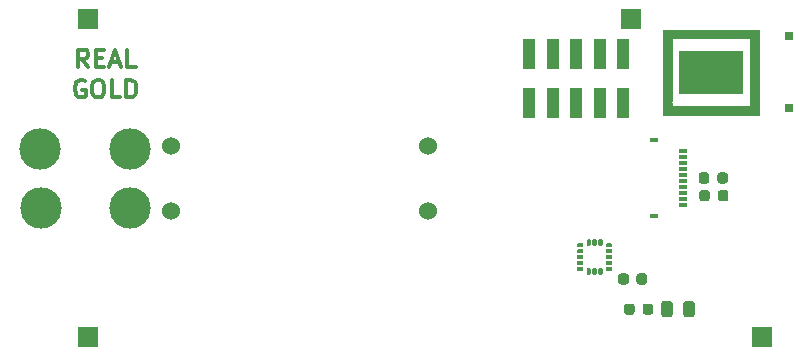
<source format=gbr>
%TF.GenerationSoftware,KiCad,Pcbnew,(5.1.12)-1*%
%TF.CreationDate,2021-11-29T20:05:01-07:00*%
%TF.ProjectId,SolarGPS,536f6c61-7247-4505-932e-6b696361645f,rev?*%
%TF.SameCoordinates,Original*%
%TF.FileFunction,Soldermask,Top*%
%TF.FilePolarity,Negative*%
%FSLAX46Y46*%
G04 Gerber Fmt 4.6, Leading zero omitted, Abs format (unit mm)*
G04 Created by KiCad (PCBNEW (5.1.12)-1) date 2021-11-29 20:05:01*
%MOMM*%
%LPD*%
G01*
G04 APERTURE LIST*
%ADD10C,0.300000*%
%ADD11C,0.010000*%
%ADD12C,1.524000*%
%ADD13C,3.500000*%
%ADD14R,0.750000X0.750000*%
%ADD15R,1.700000X1.700000*%
%ADD16R,0.800000X0.400000*%
%ADD17R,0.800000X0.300000*%
%ADD18R,1.000000X2.580000*%
G04 APERTURE END LIST*
D10*
X52985714Y-54128571D02*
X52485714Y-53414285D01*
X52128571Y-54128571D02*
X52128571Y-52628571D01*
X52700000Y-52628571D01*
X52842857Y-52700000D01*
X52914285Y-52771428D01*
X52985714Y-52914285D01*
X52985714Y-53128571D01*
X52914285Y-53271428D01*
X52842857Y-53342857D01*
X52700000Y-53414285D01*
X52128571Y-53414285D01*
X53628571Y-53342857D02*
X54128571Y-53342857D01*
X54342857Y-54128571D02*
X53628571Y-54128571D01*
X53628571Y-52628571D01*
X54342857Y-52628571D01*
X54914285Y-53700000D02*
X55628571Y-53700000D01*
X54771428Y-54128571D02*
X55271428Y-52628571D01*
X55771428Y-54128571D01*
X56985714Y-54128571D02*
X56271428Y-54128571D01*
X56271428Y-52628571D01*
X52700000Y-55250000D02*
X52557142Y-55178571D01*
X52342857Y-55178571D01*
X52128571Y-55250000D01*
X51985714Y-55392857D01*
X51914285Y-55535714D01*
X51842857Y-55821428D01*
X51842857Y-56035714D01*
X51914285Y-56321428D01*
X51985714Y-56464285D01*
X52128571Y-56607142D01*
X52342857Y-56678571D01*
X52485714Y-56678571D01*
X52700000Y-56607142D01*
X52771428Y-56535714D01*
X52771428Y-56035714D01*
X52485714Y-56035714D01*
X53700000Y-55178571D02*
X53985714Y-55178571D01*
X54128571Y-55250000D01*
X54271428Y-55392857D01*
X54342857Y-55678571D01*
X54342857Y-56178571D01*
X54271428Y-56464285D01*
X54128571Y-56607142D01*
X53985714Y-56678571D01*
X53700000Y-56678571D01*
X53557142Y-56607142D01*
X53414285Y-56464285D01*
X53342857Y-56178571D01*
X53342857Y-55678571D01*
X53414285Y-55392857D01*
X53557142Y-55250000D01*
X53700000Y-55178571D01*
X55700000Y-56678571D02*
X54985714Y-56678571D01*
X54985714Y-55178571D01*
X56200000Y-56678571D02*
X56200000Y-55178571D01*
X56557142Y-55178571D01*
X56771428Y-55250000D01*
X56914285Y-55392857D01*
X56985714Y-55535714D01*
X57057142Y-55821428D01*
X57057142Y-56035714D01*
X56985714Y-56321428D01*
X56914285Y-56464285D01*
X56771428Y-56607142D01*
X56557142Y-56678571D01*
X56200000Y-56678571D01*
D11*
%TO.C,U4*%
G36*
X109775000Y-54350000D02*
G01*
X109775000Y-54750000D01*
X109025000Y-54750000D01*
X109025000Y-54350000D01*
X109775000Y-54350000D01*
G37*
X109775000Y-54350000D02*
X109775000Y-54750000D01*
X109025000Y-54750000D01*
X109025000Y-54350000D01*
X109775000Y-54350000D01*
G36*
X109775000Y-54800000D02*
G01*
X109775000Y-55200000D01*
X109025000Y-55200000D01*
X109025000Y-54800000D01*
X109775000Y-54800000D01*
G37*
X109775000Y-54800000D02*
X109775000Y-55200000D01*
X109025000Y-55200000D01*
X109025000Y-54800000D01*
X109775000Y-54800000D01*
G36*
X109775000Y-55250000D02*
G01*
X109775000Y-55650000D01*
X109025000Y-55650000D01*
X109025000Y-55250000D01*
X109775000Y-55250000D01*
G37*
X109775000Y-55250000D02*
X109775000Y-55650000D01*
X109025000Y-55650000D01*
X109025000Y-55250000D01*
X109775000Y-55250000D01*
G36*
X109775000Y-55700000D02*
G01*
X109775000Y-56100000D01*
X109025000Y-56100000D01*
X109025000Y-55700000D01*
X109775000Y-55700000D01*
G37*
X109775000Y-55700000D02*
X109775000Y-56100000D01*
X109025000Y-56100000D01*
X109025000Y-55700000D01*
X109775000Y-55700000D01*
G36*
X109775000Y-56150000D02*
G01*
X109775000Y-56550000D01*
X109025000Y-56550000D01*
X109025000Y-56150000D01*
X109775000Y-56150000D01*
G37*
X109775000Y-56150000D02*
X109775000Y-56550000D01*
X109025000Y-56550000D01*
X109025000Y-56150000D01*
X109775000Y-56150000D01*
G36*
X109775000Y-56600000D02*
G01*
X109775000Y-57000000D01*
X109025000Y-57000000D01*
X109025000Y-56600000D01*
X109775000Y-56600000D01*
G37*
X109775000Y-56600000D02*
X109775000Y-57000000D01*
X109025000Y-57000000D01*
X109025000Y-56600000D01*
X109775000Y-56600000D01*
G36*
X109775000Y-53900000D02*
G01*
X109775000Y-54300000D01*
X109025000Y-54300000D01*
X109025000Y-53900000D01*
X109775000Y-53900000D01*
G37*
X109775000Y-53900000D02*
X109775000Y-54300000D01*
X109025000Y-54300000D01*
X109025000Y-53900000D01*
X109775000Y-53900000D01*
G36*
X109775000Y-53450000D02*
G01*
X109775000Y-53850000D01*
X109025000Y-53850000D01*
X109025000Y-53450000D01*
X109775000Y-53450000D01*
G37*
X109775000Y-53450000D02*
X109775000Y-53850000D01*
X109025000Y-53850000D01*
X109025000Y-53450000D01*
X109775000Y-53450000D01*
G36*
X109775000Y-53000000D02*
G01*
X109775000Y-53400000D01*
X109025000Y-53400000D01*
X109025000Y-53000000D01*
X109775000Y-53000000D01*
G37*
X109775000Y-53000000D02*
X109775000Y-53400000D01*
X109025000Y-53400000D01*
X109025000Y-53000000D01*
X109775000Y-53000000D01*
G36*
X109775000Y-52550000D02*
G01*
X109775000Y-52950000D01*
X109025000Y-52950000D01*
X109025000Y-52550000D01*
X109775000Y-52550000D01*
G37*
X109775000Y-52550000D02*
X109775000Y-52950000D01*
X109025000Y-52950000D01*
X109025000Y-52550000D01*
X109775000Y-52550000D01*
G36*
X109775000Y-52100000D02*
G01*
X109775000Y-52500000D01*
X109025000Y-52500000D01*
X109025000Y-52100000D01*
X109775000Y-52100000D01*
G37*
X109775000Y-52100000D02*
X109775000Y-52500000D01*
X109025000Y-52500000D01*
X109025000Y-52100000D01*
X109775000Y-52100000D01*
G36*
X102375000Y-54350000D02*
G01*
X102375000Y-54750000D01*
X101625000Y-54750000D01*
X101625000Y-54350000D01*
X102375000Y-54350000D01*
G37*
X102375000Y-54350000D02*
X102375000Y-54750000D01*
X101625000Y-54750000D01*
X101625000Y-54350000D01*
X102375000Y-54350000D01*
G36*
X102375000Y-54800000D02*
G01*
X102375000Y-55200000D01*
X101625000Y-55200000D01*
X101625000Y-54800000D01*
X102375000Y-54800000D01*
G37*
X102375000Y-54800000D02*
X102375000Y-55200000D01*
X101625000Y-55200000D01*
X101625000Y-54800000D01*
X102375000Y-54800000D01*
G36*
X102375000Y-55250000D02*
G01*
X102375000Y-55650000D01*
X101625000Y-55650000D01*
X101625000Y-55250000D01*
X102375000Y-55250000D01*
G37*
X102375000Y-55250000D02*
X102375000Y-55650000D01*
X101625000Y-55650000D01*
X101625000Y-55250000D01*
X102375000Y-55250000D01*
G36*
X102375000Y-55700000D02*
G01*
X102375000Y-56100000D01*
X101625000Y-56100000D01*
X101625000Y-55700000D01*
X102375000Y-55700000D01*
G37*
X102375000Y-55700000D02*
X102375000Y-56100000D01*
X101625000Y-56100000D01*
X101625000Y-55700000D01*
X102375000Y-55700000D01*
G36*
X102375000Y-56150000D02*
G01*
X102375000Y-56550000D01*
X101625000Y-56550000D01*
X101625000Y-56150000D01*
X102375000Y-56150000D01*
G37*
X102375000Y-56150000D02*
X102375000Y-56550000D01*
X101625000Y-56550000D01*
X101625000Y-56150000D01*
X102375000Y-56150000D01*
G36*
X102375000Y-56600000D02*
G01*
X102375000Y-57000000D01*
X101625000Y-57000000D01*
X101625000Y-56600000D01*
X102375000Y-56600000D01*
G37*
X102375000Y-56600000D02*
X102375000Y-57000000D01*
X101625000Y-57000000D01*
X101625000Y-56600000D01*
X102375000Y-56600000D01*
G36*
X102375000Y-53900000D02*
G01*
X102375000Y-54300000D01*
X101625000Y-54300000D01*
X101625000Y-53900000D01*
X102375000Y-53900000D01*
G37*
X102375000Y-53900000D02*
X102375000Y-54300000D01*
X101625000Y-54300000D01*
X101625000Y-53900000D01*
X102375000Y-53900000D01*
G36*
X102375000Y-53450000D02*
G01*
X102375000Y-53850000D01*
X101625000Y-53850000D01*
X101625000Y-53450000D01*
X102375000Y-53450000D01*
G37*
X102375000Y-53450000D02*
X102375000Y-53850000D01*
X101625000Y-53850000D01*
X101625000Y-53450000D01*
X102375000Y-53450000D01*
G36*
X102375000Y-53000000D02*
G01*
X102375000Y-53400000D01*
X101625000Y-53400000D01*
X101625000Y-53000000D01*
X102375000Y-53000000D01*
G37*
X102375000Y-53000000D02*
X102375000Y-53400000D01*
X101625000Y-53400000D01*
X101625000Y-53000000D01*
X102375000Y-53000000D01*
G36*
X102375000Y-52550000D02*
G01*
X102375000Y-52950000D01*
X101625000Y-52950000D01*
X101625000Y-52550000D01*
X102375000Y-52550000D01*
G37*
X102375000Y-52550000D02*
X102375000Y-52950000D01*
X101625000Y-52950000D01*
X101625000Y-52550000D01*
X102375000Y-52550000D01*
G36*
X102375000Y-52100000D02*
G01*
X102375000Y-52500000D01*
X101625000Y-52500000D01*
X101625000Y-52100000D01*
X102375000Y-52100000D01*
G37*
X102375000Y-52100000D02*
X102375000Y-52500000D01*
X101625000Y-52500000D01*
X101625000Y-52100000D01*
X102375000Y-52100000D01*
G36*
X107700000Y-50925000D02*
G01*
X107700000Y-51675000D01*
X107300000Y-51675000D01*
X107300000Y-50925000D01*
X107700000Y-50925000D01*
G37*
X107700000Y-50925000D02*
X107700000Y-51675000D01*
X107300000Y-51675000D01*
X107300000Y-50925000D01*
X107700000Y-50925000D01*
G36*
X108150000Y-50925000D02*
G01*
X108150000Y-51675000D01*
X107750000Y-51675000D01*
X107750000Y-50925000D01*
X108150000Y-50925000D01*
G37*
X108150000Y-50925000D02*
X108150000Y-51675000D01*
X107750000Y-51675000D01*
X107750000Y-50925000D01*
X108150000Y-50925000D01*
G36*
X108600000Y-50925000D02*
G01*
X108600000Y-51675000D01*
X108200000Y-51675000D01*
X108200000Y-50925000D01*
X108600000Y-50925000D01*
G37*
X108600000Y-50925000D02*
X108600000Y-51675000D01*
X108200000Y-51675000D01*
X108200000Y-50925000D01*
X108600000Y-50925000D01*
G36*
X107250000Y-50925000D02*
G01*
X107250000Y-51675000D01*
X106850000Y-51675000D01*
X106850000Y-50925000D01*
X107250000Y-50925000D01*
G37*
X107250000Y-50925000D02*
X107250000Y-51675000D01*
X106850000Y-51675000D01*
X106850000Y-50925000D01*
X107250000Y-50925000D01*
G36*
X106800000Y-50925000D02*
G01*
X106800000Y-51675000D01*
X106400000Y-51675000D01*
X106400000Y-50925000D01*
X106800000Y-50925000D01*
G37*
X106800000Y-50925000D02*
X106800000Y-51675000D01*
X106400000Y-51675000D01*
X106400000Y-50925000D01*
X106800000Y-50925000D01*
G36*
X106350000Y-50925000D02*
G01*
X106350000Y-51675000D01*
X105950000Y-51675000D01*
X105950000Y-50925000D01*
X106350000Y-50925000D01*
G37*
X106350000Y-50925000D02*
X106350000Y-51675000D01*
X105950000Y-51675000D01*
X105950000Y-50925000D01*
X106350000Y-50925000D01*
G36*
X105900000Y-50925000D02*
G01*
X105900000Y-51675000D01*
X105500000Y-51675000D01*
X105500000Y-50925000D01*
X105900000Y-50925000D01*
G37*
X105900000Y-50925000D02*
X105900000Y-51675000D01*
X105500000Y-51675000D01*
X105500000Y-50925000D01*
X105900000Y-50925000D01*
G36*
X105450000Y-50925000D02*
G01*
X105450000Y-51675000D01*
X105050000Y-51675000D01*
X105050000Y-50925000D01*
X105450000Y-50925000D01*
G37*
X105450000Y-50925000D02*
X105450000Y-51675000D01*
X105050000Y-51675000D01*
X105050000Y-50925000D01*
X105450000Y-50925000D01*
G36*
X105000000Y-50925000D02*
G01*
X105000000Y-51675000D01*
X104600000Y-51675000D01*
X104600000Y-50925000D01*
X105000000Y-50925000D01*
G37*
X105000000Y-50925000D02*
X105000000Y-51675000D01*
X104600000Y-51675000D01*
X104600000Y-50925000D01*
X105000000Y-50925000D01*
G36*
X104550000Y-50925000D02*
G01*
X104550000Y-51675000D01*
X104150000Y-51675000D01*
X104150000Y-50925000D01*
X104550000Y-50925000D01*
G37*
X104550000Y-50925000D02*
X104550000Y-51675000D01*
X104150000Y-51675000D01*
X104150000Y-50925000D01*
X104550000Y-50925000D01*
G36*
X104100000Y-50925000D02*
G01*
X104100000Y-51675000D01*
X103700000Y-51675000D01*
X103700000Y-50925000D01*
X104100000Y-50925000D01*
G37*
X104100000Y-50925000D02*
X104100000Y-51675000D01*
X103700000Y-51675000D01*
X103700000Y-50925000D01*
X104100000Y-50925000D01*
G36*
X103650000Y-50925000D02*
G01*
X103650000Y-51675000D01*
X103250000Y-51675000D01*
X103250000Y-50925000D01*
X103650000Y-50925000D01*
G37*
X103650000Y-50925000D02*
X103650000Y-51675000D01*
X103250000Y-51675000D01*
X103250000Y-50925000D01*
X103650000Y-50925000D01*
G36*
X103200000Y-50925000D02*
G01*
X103200000Y-51675000D01*
X102800000Y-51675000D01*
X102800000Y-50925000D01*
X103200000Y-50925000D01*
G37*
X103200000Y-50925000D02*
X103200000Y-51675000D01*
X102800000Y-51675000D01*
X102800000Y-50925000D01*
X103200000Y-50925000D01*
G36*
X107700000Y-57425000D02*
G01*
X107700000Y-58175000D01*
X107300000Y-58175000D01*
X107300000Y-57425000D01*
X107700000Y-57425000D01*
G37*
X107700000Y-57425000D02*
X107700000Y-58175000D01*
X107300000Y-58175000D01*
X107300000Y-57425000D01*
X107700000Y-57425000D01*
G36*
X108150000Y-57425000D02*
G01*
X108150000Y-58175000D01*
X107750000Y-58175000D01*
X107750000Y-57425000D01*
X108150000Y-57425000D01*
G37*
X108150000Y-57425000D02*
X108150000Y-58175000D01*
X107750000Y-58175000D01*
X107750000Y-57425000D01*
X108150000Y-57425000D01*
G36*
X108600000Y-57425000D02*
G01*
X108600000Y-58175000D01*
X108200000Y-58175000D01*
X108200000Y-57425000D01*
X108600000Y-57425000D01*
G37*
X108600000Y-57425000D02*
X108600000Y-58175000D01*
X108200000Y-58175000D01*
X108200000Y-57425000D01*
X108600000Y-57425000D01*
G36*
X107250000Y-57425000D02*
G01*
X107250000Y-58175000D01*
X106850000Y-58175000D01*
X106850000Y-57425000D01*
X107250000Y-57425000D01*
G37*
X107250000Y-57425000D02*
X107250000Y-58175000D01*
X106850000Y-58175000D01*
X106850000Y-57425000D01*
X107250000Y-57425000D01*
G36*
X106800000Y-57425000D02*
G01*
X106800000Y-58175000D01*
X106400000Y-58175000D01*
X106400000Y-57425000D01*
X106800000Y-57425000D01*
G37*
X106800000Y-57425000D02*
X106800000Y-58175000D01*
X106400000Y-58175000D01*
X106400000Y-57425000D01*
X106800000Y-57425000D01*
G36*
X106350000Y-57425000D02*
G01*
X106350000Y-58175000D01*
X105950000Y-58175000D01*
X105950000Y-57425000D01*
X106350000Y-57425000D01*
G37*
X106350000Y-57425000D02*
X106350000Y-58175000D01*
X105950000Y-58175000D01*
X105950000Y-57425000D01*
X106350000Y-57425000D01*
G36*
X105900000Y-57425000D02*
G01*
X105900000Y-58175000D01*
X105500000Y-58175000D01*
X105500000Y-57425000D01*
X105900000Y-57425000D01*
G37*
X105900000Y-57425000D02*
X105900000Y-58175000D01*
X105500000Y-58175000D01*
X105500000Y-57425000D01*
X105900000Y-57425000D01*
G36*
X105450000Y-57425000D02*
G01*
X105450000Y-58175000D01*
X105050000Y-58175000D01*
X105050000Y-57425000D01*
X105450000Y-57425000D01*
G37*
X105450000Y-57425000D02*
X105450000Y-58175000D01*
X105050000Y-58175000D01*
X105050000Y-57425000D01*
X105450000Y-57425000D01*
G36*
X105000000Y-57425000D02*
G01*
X105000000Y-58175000D01*
X104600000Y-58175000D01*
X104600000Y-57425000D01*
X105000000Y-57425000D01*
G37*
X105000000Y-57425000D02*
X105000000Y-58175000D01*
X104600000Y-58175000D01*
X104600000Y-57425000D01*
X105000000Y-57425000D01*
G36*
X104550000Y-57425000D02*
G01*
X104550000Y-58175000D01*
X104150000Y-58175000D01*
X104150000Y-57425000D01*
X104550000Y-57425000D01*
G37*
X104550000Y-57425000D02*
X104550000Y-58175000D01*
X104150000Y-58175000D01*
X104150000Y-57425000D01*
X104550000Y-57425000D01*
G36*
X104100000Y-57425000D02*
G01*
X104100000Y-58175000D01*
X103700000Y-58175000D01*
X103700000Y-57425000D01*
X104100000Y-57425000D01*
G37*
X104100000Y-57425000D02*
X104100000Y-58175000D01*
X103700000Y-58175000D01*
X103700000Y-57425000D01*
X104100000Y-57425000D01*
G36*
X103650000Y-57425000D02*
G01*
X103650000Y-58175000D01*
X103250000Y-58175000D01*
X103250000Y-57425000D01*
X103650000Y-57425000D01*
G37*
X103650000Y-57425000D02*
X103650000Y-58175000D01*
X103250000Y-58175000D01*
X103250000Y-57425000D01*
X103650000Y-57425000D01*
G36*
X103200000Y-57425000D02*
G01*
X103200000Y-58175000D01*
X102800000Y-58175000D01*
X102800000Y-57425000D01*
X103200000Y-57425000D01*
G37*
X103200000Y-57425000D02*
X103200000Y-58175000D01*
X102800000Y-58175000D01*
X102800000Y-57425000D01*
X103200000Y-57425000D01*
G36*
X109774500Y-50925500D02*
G01*
X109774500Y-51600500D01*
X109099500Y-51600500D01*
X109099500Y-50925500D01*
X109774500Y-50925500D01*
G37*
X109774500Y-50925500D02*
X109774500Y-51600500D01*
X109099500Y-51600500D01*
X109099500Y-50925500D01*
X109774500Y-50925500D01*
G36*
X109774500Y-57499500D02*
G01*
X109774500Y-58174500D01*
X109099500Y-58174500D01*
X109099500Y-57499500D01*
X109774500Y-57499500D01*
G37*
X109774500Y-57499500D02*
X109774500Y-58174500D01*
X109099500Y-58174500D01*
X109099500Y-57499500D01*
X109774500Y-57499500D01*
G36*
X102300500Y-50925500D02*
G01*
X102300500Y-51600500D01*
X101625500Y-51600500D01*
X101625500Y-50925500D01*
X102300500Y-50925500D01*
G37*
X102300500Y-50925500D02*
X102300500Y-51600500D01*
X101625500Y-51600500D01*
X101625500Y-50925500D01*
X102300500Y-50925500D01*
G36*
X102300500Y-57499500D02*
G01*
X102300500Y-58174500D01*
X101625500Y-58174500D01*
X101625500Y-57499500D01*
X102300500Y-57499500D01*
G37*
X102300500Y-57499500D02*
X102300500Y-58174500D01*
X101625500Y-58174500D01*
X101625500Y-57499500D01*
X102300500Y-57499500D01*
G36*
X108750000Y-50925000D02*
G01*
X108950000Y-50925000D01*
X108955000Y-50925000D01*
X108960000Y-50926000D01*
X108966000Y-50926000D01*
X108971000Y-50927000D01*
X108976000Y-50928000D01*
X108981000Y-50930000D01*
X108986000Y-50932000D01*
X108991000Y-50934000D01*
X108995000Y-50936000D01*
X109000000Y-50938000D01*
X109004000Y-50941000D01*
X109009000Y-50944000D01*
X109013000Y-50947000D01*
X109017000Y-50951000D01*
X109021000Y-50954000D01*
X109024000Y-50958000D01*
X109028000Y-50962000D01*
X109031000Y-50966000D01*
X109034000Y-50971000D01*
X109037000Y-50975000D01*
X109039000Y-50980000D01*
X109041000Y-50984000D01*
X109043000Y-50989000D01*
X109045000Y-50994000D01*
X109047000Y-50999000D01*
X109048000Y-51004000D01*
X109049000Y-51009000D01*
X109049000Y-51015000D01*
X109050000Y-51020000D01*
X109050000Y-51025000D01*
X109050000Y-51575000D01*
X109050000Y-51580000D01*
X109049000Y-51585000D01*
X109049000Y-51591000D01*
X109048000Y-51596000D01*
X109047000Y-51601000D01*
X109045000Y-51606000D01*
X109043000Y-51611000D01*
X109041000Y-51616000D01*
X109039000Y-51620000D01*
X109037000Y-51625000D01*
X109034000Y-51629000D01*
X109031000Y-51634000D01*
X109028000Y-51638000D01*
X109024000Y-51642000D01*
X109021000Y-51646000D01*
X109017000Y-51649000D01*
X109013000Y-51653000D01*
X109009000Y-51656000D01*
X109004000Y-51659000D01*
X109000000Y-51662000D01*
X108995000Y-51664000D01*
X108991000Y-51666000D01*
X108986000Y-51668000D01*
X108981000Y-51670000D01*
X108976000Y-51672000D01*
X108971000Y-51673000D01*
X108966000Y-51674000D01*
X108960000Y-51674000D01*
X108955000Y-51675000D01*
X108950000Y-51675000D01*
X108750000Y-51675000D01*
X108745000Y-51675000D01*
X108740000Y-51674000D01*
X108734000Y-51674000D01*
X108729000Y-51673000D01*
X108724000Y-51672000D01*
X108719000Y-51670000D01*
X108714000Y-51668000D01*
X108709000Y-51666000D01*
X108705000Y-51664000D01*
X108700000Y-51662000D01*
X108696000Y-51659000D01*
X108691000Y-51656000D01*
X108687000Y-51653000D01*
X108683000Y-51649000D01*
X108679000Y-51646000D01*
X108676000Y-51642000D01*
X108672000Y-51638000D01*
X108669000Y-51634000D01*
X108666000Y-51629000D01*
X108663000Y-51625000D01*
X108661000Y-51620000D01*
X108659000Y-51616000D01*
X108657000Y-51611000D01*
X108655000Y-51606000D01*
X108653000Y-51601000D01*
X108652000Y-51596000D01*
X108651000Y-51591000D01*
X108651000Y-51585000D01*
X108650000Y-51580000D01*
X108650000Y-51575000D01*
X108650000Y-51025000D01*
X108650000Y-51020000D01*
X108651000Y-51015000D01*
X108651000Y-51009000D01*
X108652000Y-51004000D01*
X108653000Y-50999000D01*
X108655000Y-50994000D01*
X108657000Y-50989000D01*
X108659000Y-50984000D01*
X108661000Y-50980000D01*
X108663000Y-50975000D01*
X108666000Y-50971000D01*
X108669000Y-50966000D01*
X108672000Y-50962000D01*
X108676000Y-50958000D01*
X108679000Y-50954000D01*
X108683000Y-50951000D01*
X108687000Y-50947000D01*
X108691000Y-50944000D01*
X108696000Y-50941000D01*
X108700000Y-50938000D01*
X108705000Y-50936000D01*
X108709000Y-50934000D01*
X108714000Y-50932000D01*
X108719000Y-50930000D01*
X108724000Y-50928000D01*
X108729000Y-50927000D01*
X108734000Y-50926000D01*
X108740000Y-50926000D01*
X108745000Y-50925000D01*
X108750000Y-50925000D01*
G37*
X108750000Y-50925000D02*
X108950000Y-50925000D01*
X108955000Y-50925000D01*
X108960000Y-50926000D01*
X108966000Y-50926000D01*
X108971000Y-50927000D01*
X108976000Y-50928000D01*
X108981000Y-50930000D01*
X108986000Y-50932000D01*
X108991000Y-50934000D01*
X108995000Y-50936000D01*
X109000000Y-50938000D01*
X109004000Y-50941000D01*
X109009000Y-50944000D01*
X109013000Y-50947000D01*
X109017000Y-50951000D01*
X109021000Y-50954000D01*
X109024000Y-50958000D01*
X109028000Y-50962000D01*
X109031000Y-50966000D01*
X109034000Y-50971000D01*
X109037000Y-50975000D01*
X109039000Y-50980000D01*
X109041000Y-50984000D01*
X109043000Y-50989000D01*
X109045000Y-50994000D01*
X109047000Y-50999000D01*
X109048000Y-51004000D01*
X109049000Y-51009000D01*
X109049000Y-51015000D01*
X109050000Y-51020000D01*
X109050000Y-51025000D01*
X109050000Y-51575000D01*
X109050000Y-51580000D01*
X109049000Y-51585000D01*
X109049000Y-51591000D01*
X109048000Y-51596000D01*
X109047000Y-51601000D01*
X109045000Y-51606000D01*
X109043000Y-51611000D01*
X109041000Y-51616000D01*
X109039000Y-51620000D01*
X109037000Y-51625000D01*
X109034000Y-51629000D01*
X109031000Y-51634000D01*
X109028000Y-51638000D01*
X109024000Y-51642000D01*
X109021000Y-51646000D01*
X109017000Y-51649000D01*
X109013000Y-51653000D01*
X109009000Y-51656000D01*
X109004000Y-51659000D01*
X109000000Y-51662000D01*
X108995000Y-51664000D01*
X108991000Y-51666000D01*
X108986000Y-51668000D01*
X108981000Y-51670000D01*
X108976000Y-51672000D01*
X108971000Y-51673000D01*
X108966000Y-51674000D01*
X108960000Y-51674000D01*
X108955000Y-51675000D01*
X108950000Y-51675000D01*
X108750000Y-51675000D01*
X108745000Y-51675000D01*
X108740000Y-51674000D01*
X108734000Y-51674000D01*
X108729000Y-51673000D01*
X108724000Y-51672000D01*
X108719000Y-51670000D01*
X108714000Y-51668000D01*
X108709000Y-51666000D01*
X108705000Y-51664000D01*
X108700000Y-51662000D01*
X108696000Y-51659000D01*
X108691000Y-51656000D01*
X108687000Y-51653000D01*
X108683000Y-51649000D01*
X108679000Y-51646000D01*
X108676000Y-51642000D01*
X108672000Y-51638000D01*
X108669000Y-51634000D01*
X108666000Y-51629000D01*
X108663000Y-51625000D01*
X108661000Y-51620000D01*
X108659000Y-51616000D01*
X108657000Y-51611000D01*
X108655000Y-51606000D01*
X108653000Y-51601000D01*
X108652000Y-51596000D01*
X108651000Y-51591000D01*
X108651000Y-51585000D01*
X108650000Y-51580000D01*
X108650000Y-51575000D01*
X108650000Y-51025000D01*
X108650000Y-51020000D01*
X108651000Y-51015000D01*
X108651000Y-51009000D01*
X108652000Y-51004000D01*
X108653000Y-50999000D01*
X108655000Y-50994000D01*
X108657000Y-50989000D01*
X108659000Y-50984000D01*
X108661000Y-50980000D01*
X108663000Y-50975000D01*
X108666000Y-50971000D01*
X108669000Y-50966000D01*
X108672000Y-50962000D01*
X108676000Y-50958000D01*
X108679000Y-50954000D01*
X108683000Y-50951000D01*
X108687000Y-50947000D01*
X108691000Y-50944000D01*
X108696000Y-50941000D01*
X108700000Y-50938000D01*
X108705000Y-50936000D01*
X108709000Y-50934000D01*
X108714000Y-50932000D01*
X108719000Y-50930000D01*
X108724000Y-50928000D01*
X108729000Y-50927000D01*
X108734000Y-50926000D01*
X108740000Y-50926000D01*
X108745000Y-50925000D01*
X108750000Y-50925000D01*
G36*
X108750000Y-57425000D02*
G01*
X108950000Y-57425000D01*
X108955000Y-57425000D01*
X108960000Y-57426000D01*
X108966000Y-57426000D01*
X108971000Y-57427000D01*
X108976000Y-57428000D01*
X108981000Y-57430000D01*
X108986000Y-57432000D01*
X108991000Y-57434000D01*
X108995000Y-57436000D01*
X109000000Y-57438000D01*
X109004000Y-57441000D01*
X109009000Y-57444000D01*
X109013000Y-57447000D01*
X109017000Y-57451000D01*
X109021000Y-57454000D01*
X109024000Y-57458000D01*
X109028000Y-57462000D01*
X109031000Y-57466000D01*
X109034000Y-57471000D01*
X109037000Y-57475000D01*
X109039000Y-57480000D01*
X109041000Y-57484000D01*
X109043000Y-57489000D01*
X109045000Y-57494000D01*
X109047000Y-57499000D01*
X109048000Y-57504000D01*
X109049000Y-57509000D01*
X109049000Y-57515000D01*
X109050000Y-57520000D01*
X109050000Y-57525000D01*
X109050000Y-58075000D01*
X109050000Y-58080000D01*
X109049000Y-58085000D01*
X109049000Y-58091000D01*
X109048000Y-58096000D01*
X109047000Y-58101000D01*
X109045000Y-58106000D01*
X109043000Y-58111000D01*
X109041000Y-58116000D01*
X109039000Y-58120000D01*
X109037000Y-58125000D01*
X109034000Y-58129000D01*
X109031000Y-58134000D01*
X109028000Y-58138000D01*
X109024000Y-58142000D01*
X109021000Y-58146000D01*
X109017000Y-58149000D01*
X109013000Y-58153000D01*
X109009000Y-58156000D01*
X109004000Y-58159000D01*
X109000000Y-58162000D01*
X108995000Y-58164000D01*
X108991000Y-58166000D01*
X108986000Y-58168000D01*
X108981000Y-58170000D01*
X108976000Y-58172000D01*
X108971000Y-58173000D01*
X108966000Y-58174000D01*
X108960000Y-58174000D01*
X108955000Y-58175000D01*
X108950000Y-58175000D01*
X108750000Y-58175000D01*
X108745000Y-58175000D01*
X108740000Y-58174000D01*
X108734000Y-58174000D01*
X108729000Y-58173000D01*
X108724000Y-58172000D01*
X108719000Y-58170000D01*
X108714000Y-58168000D01*
X108709000Y-58166000D01*
X108705000Y-58164000D01*
X108700000Y-58162000D01*
X108696000Y-58159000D01*
X108691000Y-58156000D01*
X108687000Y-58153000D01*
X108683000Y-58149000D01*
X108679000Y-58146000D01*
X108676000Y-58142000D01*
X108672000Y-58138000D01*
X108669000Y-58134000D01*
X108666000Y-58129000D01*
X108663000Y-58125000D01*
X108661000Y-58120000D01*
X108659000Y-58116000D01*
X108657000Y-58111000D01*
X108655000Y-58106000D01*
X108653000Y-58101000D01*
X108652000Y-58096000D01*
X108651000Y-58091000D01*
X108651000Y-58085000D01*
X108650000Y-58080000D01*
X108650000Y-58075000D01*
X108650000Y-57525000D01*
X108650000Y-57520000D01*
X108651000Y-57515000D01*
X108651000Y-57509000D01*
X108652000Y-57504000D01*
X108653000Y-57499000D01*
X108655000Y-57494000D01*
X108657000Y-57489000D01*
X108659000Y-57484000D01*
X108661000Y-57480000D01*
X108663000Y-57475000D01*
X108666000Y-57471000D01*
X108669000Y-57466000D01*
X108672000Y-57462000D01*
X108676000Y-57458000D01*
X108679000Y-57454000D01*
X108683000Y-57451000D01*
X108687000Y-57447000D01*
X108691000Y-57444000D01*
X108696000Y-57441000D01*
X108700000Y-57438000D01*
X108705000Y-57436000D01*
X108709000Y-57434000D01*
X108714000Y-57432000D01*
X108719000Y-57430000D01*
X108724000Y-57428000D01*
X108729000Y-57427000D01*
X108734000Y-57426000D01*
X108740000Y-57426000D01*
X108745000Y-57425000D01*
X108750000Y-57425000D01*
G37*
X108750000Y-57425000D02*
X108950000Y-57425000D01*
X108955000Y-57425000D01*
X108960000Y-57426000D01*
X108966000Y-57426000D01*
X108971000Y-57427000D01*
X108976000Y-57428000D01*
X108981000Y-57430000D01*
X108986000Y-57432000D01*
X108991000Y-57434000D01*
X108995000Y-57436000D01*
X109000000Y-57438000D01*
X109004000Y-57441000D01*
X109009000Y-57444000D01*
X109013000Y-57447000D01*
X109017000Y-57451000D01*
X109021000Y-57454000D01*
X109024000Y-57458000D01*
X109028000Y-57462000D01*
X109031000Y-57466000D01*
X109034000Y-57471000D01*
X109037000Y-57475000D01*
X109039000Y-57480000D01*
X109041000Y-57484000D01*
X109043000Y-57489000D01*
X109045000Y-57494000D01*
X109047000Y-57499000D01*
X109048000Y-57504000D01*
X109049000Y-57509000D01*
X109049000Y-57515000D01*
X109050000Y-57520000D01*
X109050000Y-57525000D01*
X109050000Y-58075000D01*
X109050000Y-58080000D01*
X109049000Y-58085000D01*
X109049000Y-58091000D01*
X109048000Y-58096000D01*
X109047000Y-58101000D01*
X109045000Y-58106000D01*
X109043000Y-58111000D01*
X109041000Y-58116000D01*
X109039000Y-58120000D01*
X109037000Y-58125000D01*
X109034000Y-58129000D01*
X109031000Y-58134000D01*
X109028000Y-58138000D01*
X109024000Y-58142000D01*
X109021000Y-58146000D01*
X109017000Y-58149000D01*
X109013000Y-58153000D01*
X109009000Y-58156000D01*
X109004000Y-58159000D01*
X109000000Y-58162000D01*
X108995000Y-58164000D01*
X108991000Y-58166000D01*
X108986000Y-58168000D01*
X108981000Y-58170000D01*
X108976000Y-58172000D01*
X108971000Y-58173000D01*
X108966000Y-58174000D01*
X108960000Y-58174000D01*
X108955000Y-58175000D01*
X108950000Y-58175000D01*
X108750000Y-58175000D01*
X108745000Y-58175000D01*
X108740000Y-58174000D01*
X108734000Y-58174000D01*
X108729000Y-58173000D01*
X108724000Y-58172000D01*
X108719000Y-58170000D01*
X108714000Y-58168000D01*
X108709000Y-58166000D01*
X108705000Y-58164000D01*
X108700000Y-58162000D01*
X108696000Y-58159000D01*
X108691000Y-58156000D01*
X108687000Y-58153000D01*
X108683000Y-58149000D01*
X108679000Y-58146000D01*
X108676000Y-58142000D01*
X108672000Y-58138000D01*
X108669000Y-58134000D01*
X108666000Y-58129000D01*
X108663000Y-58125000D01*
X108661000Y-58120000D01*
X108659000Y-58116000D01*
X108657000Y-58111000D01*
X108655000Y-58106000D01*
X108653000Y-58101000D01*
X108652000Y-58096000D01*
X108651000Y-58091000D01*
X108651000Y-58085000D01*
X108650000Y-58080000D01*
X108650000Y-58075000D01*
X108650000Y-57525000D01*
X108650000Y-57520000D01*
X108651000Y-57515000D01*
X108651000Y-57509000D01*
X108652000Y-57504000D01*
X108653000Y-57499000D01*
X108655000Y-57494000D01*
X108657000Y-57489000D01*
X108659000Y-57484000D01*
X108661000Y-57480000D01*
X108663000Y-57475000D01*
X108666000Y-57471000D01*
X108669000Y-57466000D01*
X108672000Y-57462000D01*
X108676000Y-57458000D01*
X108679000Y-57454000D01*
X108683000Y-57451000D01*
X108687000Y-57447000D01*
X108691000Y-57444000D01*
X108696000Y-57441000D01*
X108700000Y-57438000D01*
X108705000Y-57436000D01*
X108709000Y-57434000D01*
X108714000Y-57432000D01*
X108719000Y-57430000D01*
X108724000Y-57428000D01*
X108729000Y-57427000D01*
X108734000Y-57426000D01*
X108740000Y-57426000D01*
X108745000Y-57425000D01*
X108750000Y-57425000D01*
G36*
X102450000Y-50925000D02*
G01*
X102650000Y-50925000D01*
X102655000Y-50925000D01*
X102660000Y-50926000D01*
X102666000Y-50926000D01*
X102671000Y-50927000D01*
X102676000Y-50928000D01*
X102681000Y-50930000D01*
X102686000Y-50932000D01*
X102691000Y-50934000D01*
X102695000Y-50936000D01*
X102700000Y-50938000D01*
X102704000Y-50941000D01*
X102709000Y-50944000D01*
X102713000Y-50947000D01*
X102717000Y-50951000D01*
X102721000Y-50954000D01*
X102724000Y-50958000D01*
X102728000Y-50962000D01*
X102731000Y-50966000D01*
X102734000Y-50971000D01*
X102737000Y-50975000D01*
X102739000Y-50980000D01*
X102741000Y-50984000D01*
X102743000Y-50989000D01*
X102745000Y-50994000D01*
X102747000Y-50999000D01*
X102748000Y-51004000D01*
X102749000Y-51009000D01*
X102749000Y-51015000D01*
X102750000Y-51020000D01*
X102750000Y-51025000D01*
X102750000Y-51575000D01*
X102750000Y-51580000D01*
X102749000Y-51585000D01*
X102749000Y-51591000D01*
X102748000Y-51596000D01*
X102747000Y-51601000D01*
X102745000Y-51606000D01*
X102743000Y-51611000D01*
X102741000Y-51616000D01*
X102739000Y-51620000D01*
X102737000Y-51625000D01*
X102734000Y-51629000D01*
X102731000Y-51634000D01*
X102728000Y-51638000D01*
X102724000Y-51642000D01*
X102721000Y-51646000D01*
X102717000Y-51649000D01*
X102713000Y-51653000D01*
X102709000Y-51656000D01*
X102704000Y-51659000D01*
X102700000Y-51662000D01*
X102695000Y-51664000D01*
X102691000Y-51666000D01*
X102686000Y-51668000D01*
X102681000Y-51670000D01*
X102676000Y-51672000D01*
X102671000Y-51673000D01*
X102666000Y-51674000D01*
X102660000Y-51674000D01*
X102655000Y-51675000D01*
X102650000Y-51675000D01*
X102450000Y-51675000D01*
X102445000Y-51675000D01*
X102440000Y-51674000D01*
X102434000Y-51674000D01*
X102429000Y-51673000D01*
X102424000Y-51672000D01*
X102419000Y-51670000D01*
X102414000Y-51668000D01*
X102409000Y-51666000D01*
X102405000Y-51664000D01*
X102400000Y-51662000D01*
X102396000Y-51659000D01*
X102391000Y-51656000D01*
X102387000Y-51653000D01*
X102383000Y-51649000D01*
X102379000Y-51646000D01*
X102376000Y-51642000D01*
X102372000Y-51638000D01*
X102369000Y-51634000D01*
X102366000Y-51629000D01*
X102363000Y-51625000D01*
X102361000Y-51620000D01*
X102359000Y-51616000D01*
X102357000Y-51611000D01*
X102355000Y-51606000D01*
X102353000Y-51601000D01*
X102352000Y-51596000D01*
X102351000Y-51591000D01*
X102351000Y-51585000D01*
X102350000Y-51580000D01*
X102350000Y-51575000D01*
X102350000Y-51025000D01*
X102350000Y-51020000D01*
X102351000Y-51015000D01*
X102351000Y-51009000D01*
X102352000Y-51004000D01*
X102353000Y-50999000D01*
X102355000Y-50994000D01*
X102357000Y-50989000D01*
X102359000Y-50984000D01*
X102361000Y-50980000D01*
X102363000Y-50975000D01*
X102366000Y-50971000D01*
X102369000Y-50966000D01*
X102372000Y-50962000D01*
X102376000Y-50958000D01*
X102379000Y-50954000D01*
X102383000Y-50951000D01*
X102387000Y-50947000D01*
X102391000Y-50944000D01*
X102396000Y-50941000D01*
X102400000Y-50938000D01*
X102405000Y-50936000D01*
X102409000Y-50934000D01*
X102414000Y-50932000D01*
X102419000Y-50930000D01*
X102424000Y-50928000D01*
X102429000Y-50927000D01*
X102434000Y-50926000D01*
X102440000Y-50926000D01*
X102445000Y-50925000D01*
X102450000Y-50925000D01*
G37*
X102450000Y-50925000D02*
X102650000Y-50925000D01*
X102655000Y-50925000D01*
X102660000Y-50926000D01*
X102666000Y-50926000D01*
X102671000Y-50927000D01*
X102676000Y-50928000D01*
X102681000Y-50930000D01*
X102686000Y-50932000D01*
X102691000Y-50934000D01*
X102695000Y-50936000D01*
X102700000Y-50938000D01*
X102704000Y-50941000D01*
X102709000Y-50944000D01*
X102713000Y-50947000D01*
X102717000Y-50951000D01*
X102721000Y-50954000D01*
X102724000Y-50958000D01*
X102728000Y-50962000D01*
X102731000Y-50966000D01*
X102734000Y-50971000D01*
X102737000Y-50975000D01*
X102739000Y-50980000D01*
X102741000Y-50984000D01*
X102743000Y-50989000D01*
X102745000Y-50994000D01*
X102747000Y-50999000D01*
X102748000Y-51004000D01*
X102749000Y-51009000D01*
X102749000Y-51015000D01*
X102750000Y-51020000D01*
X102750000Y-51025000D01*
X102750000Y-51575000D01*
X102750000Y-51580000D01*
X102749000Y-51585000D01*
X102749000Y-51591000D01*
X102748000Y-51596000D01*
X102747000Y-51601000D01*
X102745000Y-51606000D01*
X102743000Y-51611000D01*
X102741000Y-51616000D01*
X102739000Y-51620000D01*
X102737000Y-51625000D01*
X102734000Y-51629000D01*
X102731000Y-51634000D01*
X102728000Y-51638000D01*
X102724000Y-51642000D01*
X102721000Y-51646000D01*
X102717000Y-51649000D01*
X102713000Y-51653000D01*
X102709000Y-51656000D01*
X102704000Y-51659000D01*
X102700000Y-51662000D01*
X102695000Y-51664000D01*
X102691000Y-51666000D01*
X102686000Y-51668000D01*
X102681000Y-51670000D01*
X102676000Y-51672000D01*
X102671000Y-51673000D01*
X102666000Y-51674000D01*
X102660000Y-51674000D01*
X102655000Y-51675000D01*
X102650000Y-51675000D01*
X102450000Y-51675000D01*
X102445000Y-51675000D01*
X102440000Y-51674000D01*
X102434000Y-51674000D01*
X102429000Y-51673000D01*
X102424000Y-51672000D01*
X102419000Y-51670000D01*
X102414000Y-51668000D01*
X102409000Y-51666000D01*
X102405000Y-51664000D01*
X102400000Y-51662000D01*
X102396000Y-51659000D01*
X102391000Y-51656000D01*
X102387000Y-51653000D01*
X102383000Y-51649000D01*
X102379000Y-51646000D01*
X102376000Y-51642000D01*
X102372000Y-51638000D01*
X102369000Y-51634000D01*
X102366000Y-51629000D01*
X102363000Y-51625000D01*
X102361000Y-51620000D01*
X102359000Y-51616000D01*
X102357000Y-51611000D01*
X102355000Y-51606000D01*
X102353000Y-51601000D01*
X102352000Y-51596000D01*
X102351000Y-51591000D01*
X102351000Y-51585000D01*
X102350000Y-51580000D01*
X102350000Y-51575000D01*
X102350000Y-51025000D01*
X102350000Y-51020000D01*
X102351000Y-51015000D01*
X102351000Y-51009000D01*
X102352000Y-51004000D01*
X102353000Y-50999000D01*
X102355000Y-50994000D01*
X102357000Y-50989000D01*
X102359000Y-50984000D01*
X102361000Y-50980000D01*
X102363000Y-50975000D01*
X102366000Y-50971000D01*
X102369000Y-50966000D01*
X102372000Y-50962000D01*
X102376000Y-50958000D01*
X102379000Y-50954000D01*
X102383000Y-50951000D01*
X102387000Y-50947000D01*
X102391000Y-50944000D01*
X102396000Y-50941000D01*
X102400000Y-50938000D01*
X102405000Y-50936000D01*
X102409000Y-50934000D01*
X102414000Y-50932000D01*
X102419000Y-50930000D01*
X102424000Y-50928000D01*
X102429000Y-50927000D01*
X102434000Y-50926000D01*
X102440000Y-50926000D01*
X102445000Y-50925000D01*
X102450000Y-50925000D01*
G36*
X102450000Y-57425000D02*
G01*
X102650000Y-57425000D01*
X102655000Y-57425000D01*
X102660000Y-57426000D01*
X102666000Y-57426000D01*
X102671000Y-57427000D01*
X102676000Y-57428000D01*
X102681000Y-57430000D01*
X102686000Y-57432000D01*
X102691000Y-57434000D01*
X102695000Y-57436000D01*
X102700000Y-57438000D01*
X102704000Y-57441000D01*
X102709000Y-57444000D01*
X102713000Y-57447000D01*
X102717000Y-57451000D01*
X102721000Y-57454000D01*
X102724000Y-57458000D01*
X102728000Y-57462000D01*
X102731000Y-57466000D01*
X102734000Y-57471000D01*
X102737000Y-57475000D01*
X102739000Y-57480000D01*
X102741000Y-57484000D01*
X102743000Y-57489000D01*
X102745000Y-57494000D01*
X102747000Y-57499000D01*
X102748000Y-57504000D01*
X102749000Y-57509000D01*
X102749000Y-57515000D01*
X102750000Y-57520000D01*
X102750000Y-57525000D01*
X102750000Y-58075000D01*
X102750000Y-58080000D01*
X102749000Y-58085000D01*
X102749000Y-58091000D01*
X102748000Y-58096000D01*
X102747000Y-58101000D01*
X102745000Y-58106000D01*
X102743000Y-58111000D01*
X102741000Y-58116000D01*
X102739000Y-58120000D01*
X102737000Y-58125000D01*
X102734000Y-58129000D01*
X102731000Y-58134000D01*
X102728000Y-58138000D01*
X102724000Y-58142000D01*
X102721000Y-58146000D01*
X102717000Y-58149000D01*
X102713000Y-58153000D01*
X102709000Y-58156000D01*
X102704000Y-58159000D01*
X102700000Y-58162000D01*
X102695000Y-58164000D01*
X102691000Y-58166000D01*
X102686000Y-58168000D01*
X102681000Y-58170000D01*
X102676000Y-58172000D01*
X102671000Y-58173000D01*
X102666000Y-58174000D01*
X102660000Y-58174000D01*
X102655000Y-58175000D01*
X102650000Y-58175000D01*
X102450000Y-58175000D01*
X102445000Y-58175000D01*
X102440000Y-58174000D01*
X102434000Y-58174000D01*
X102429000Y-58173000D01*
X102424000Y-58172000D01*
X102419000Y-58170000D01*
X102414000Y-58168000D01*
X102409000Y-58166000D01*
X102405000Y-58164000D01*
X102400000Y-58162000D01*
X102396000Y-58159000D01*
X102391000Y-58156000D01*
X102387000Y-58153000D01*
X102383000Y-58149000D01*
X102379000Y-58146000D01*
X102376000Y-58142000D01*
X102372000Y-58138000D01*
X102369000Y-58134000D01*
X102366000Y-58129000D01*
X102363000Y-58125000D01*
X102361000Y-58120000D01*
X102359000Y-58116000D01*
X102357000Y-58111000D01*
X102355000Y-58106000D01*
X102353000Y-58101000D01*
X102352000Y-58096000D01*
X102351000Y-58091000D01*
X102351000Y-58085000D01*
X102350000Y-58080000D01*
X102350000Y-58075000D01*
X102350000Y-57525000D01*
X102350000Y-57520000D01*
X102351000Y-57515000D01*
X102351000Y-57509000D01*
X102352000Y-57504000D01*
X102353000Y-57499000D01*
X102355000Y-57494000D01*
X102357000Y-57489000D01*
X102359000Y-57484000D01*
X102361000Y-57480000D01*
X102363000Y-57475000D01*
X102366000Y-57471000D01*
X102369000Y-57466000D01*
X102372000Y-57462000D01*
X102376000Y-57458000D01*
X102379000Y-57454000D01*
X102383000Y-57451000D01*
X102387000Y-57447000D01*
X102391000Y-57444000D01*
X102396000Y-57441000D01*
X102400000Y-57438000D01*
X102405000Y-57436000D01*
X102409000Y-57434000D01*
X102414000Y-57432000D01*
X102419000Y-57430000D01*
X102424000Y-57428000D01*
X102429000Y-57427000D01*
X102434000Y-57426000D01*
X102440000Y-57426000D01*
X102445000Y-57425000D01*
X102450000Y-57425000D01*
G37*
X102450000Y-57425000D02*
X102650000Y-57425000D01*
X102655000Y-57425000D01*
X102660000Y-57426000D01*
X102666000Y-57426000D01*
X102671000Y-57427000D01*
X102676000Y-57428000D01*
X102681000Y-57430000D01*
X102686000Y-57432000D01*
X102691000Y-57434000D01*
X102695000Y-57436000D01*
X102700000Y-57438000D01*
X102704000Y-57441000D01*
X102709000Y-57444000D01*
X102713000Y-57447000D01*
X102717000Y-57451000D01*
X102721000Y-57454000D01*
X102724000Y-57458000D01*
X102728000Y-57462000D01*
X102731000Y-57466000D01*
X102734000Y-57471000D01*
X102737000Y-57475000D01*
X102739000Y-57480000D01*
X102741000Y-57484000D01*
X102743000Y-57489000D01*
X102745000Y-57494000D01*
X102747000Y-57499000D01*
X102748000Y-57504000D01*
X102749000Y-57509000D01*
X102749000Y-57515000D01*
X102750000Y-57520000D01*
X102750000Y-57525000D01*
X102750000Y-58075000D01*
X102750000Y-58080000D01*
X102749000Y-58085000D01*
X102749000Y-58091000D01*
X102748000Y-58096000D01*
X102747000Y-58101000D01*
X102745000Y-58106000D01*
X102743000Y-58111000D01*
X102741000Y-58116000D01*
X102739000Y-58120000D01*
X102737000Y-58125000D01*
X102734000Y-58129000D01*
X102731000Y-58134000D01*
X102728000Y-58138000D01*
X102724000Y-58142000D01*
X102721000Y-58146000D01*
X102717000Y-58149000D01*
X102713000Y-58153000D01*
X102709000Y-58156000D01*
X102704000Y-58159000D01*
X102700000Y-58162000D01*
X102695000Y-58164000D01*
X102691000Y-58166000D01*
X102686000Y-58168000D01*
X102681000Y-58170000D01*
X102676000Y-58172000D01*
X102671000Y-58173000D01*
X102666000Y-58174000D01*
X102660000Y-58174000D01*
X102655000Y-58175000D01*
X102650000Y-58175000D01*
X102450000Y-58175000D01*
X102445000Y-58175000D01*
X102440000Y-58174000D01*
X102434000Y-58174000D01*
X102429000Y-58173000D01*
X102424000Y-58172000D01*
X102419000Y-58170000D01*
X102414000Y-58168000D01*
X102409000Y-58166000D01*
X102405000Y-58164000D01*
X102400000Y-58162000D01*
X102396000Y-58159000D01*
X102391000Y-58156000D01*
X102387000Y-58153000D01*
X102383000Y-58149000D01*
X102379000Y-58146000D01*
X102376000Y-58142000D01*
X102372000Y-58138000D01*
X102369000Y-58134000D01*
X102366000Y-58129000D01*
X102363000Y-58125000D01*
X102361000Y-58120000D01*
X102359000Y-58116000D01*
X102357000Y-58111000D01*
X102355000Y-58106000D01*
X102353000Y-58101000D01*
X102352000Y-58096000D01*
X102351000Y-58091000D01*
X102351000Y-58085000D01*
X102350000Y-58080000D01*
X102350000Y-58075000D01*
X102350000Y-57525000D01*
X102350000Y-57520000D01*
X102351000Y-57515000D01*
X102351000Y-57509000D01*
X102352000Y-57504000D01*
X102353000Y-57499000D01*
X102355000Y-57494000D01*
X102357000Y-57489000D01*
X102359000Y-57484000D01*
X102361000Y-57480000D01*
X102363000Y-57475000D01*
X102366000Y-57471000D01*
X102369000Y-57466000D01*
X102372000Y-57462000D01*
X102376000Y-57458000D01*
X102379000Y-57454000D01*
X102383000Y-57451000D01*
X102387000Y-57447000D01*
X102391000Y-57444000D01*
X102396000Y-57441000D01*
X102400000Y-57438000D01*
X102405000Y-57436000D01*
X102409000Y-57434000D01*
X102414000Y-57432000D01*
X102419000Y-57430000D01*
X102424000Y-57428000D01*
X102429000Y-57427000D01*
X102434000Y-57426000D01*
X102440000Y-57426000D01*
X102445000Y-57425000D01*
X102450000Y-57425000D01*
G36*
X109025000Y-51950000D02*
G01*
X109025000Y-51750000D01*
X109025000Y-51745000D01*
X109026000Y-51740000D01*
X109026000Y-51734000D01*
X109027000Y-51729000D01*
X109028000Y-51724000D01*
X109030000Y-51719000D01*
X109032000Y-51714000D01*
X109034000Y-51709000D01*
X109036000Y-51705000D01*
X109038000Y-51700000D01*
X109041000Y-51696000D01*
X109044000Y-51691000D01*
X109047000Y-51687000D01*
X109051000Y-51683000D01*
X109054000Y-51679000D01*
X109058000Y-51676000D01*
X109062000Y-51672000D01*
X109066000Y-51669000D01*
X109071000Y-51666000D01*
X109075000Y-51663000D01*
X109080000Y-51661000D01*
X109084000Y-51659000D01*
X109089000Y-51657000D01*
X109094000Y-51655000D01*
X109099000Y-51653000D01*
X109104000Y-51652000D01*
X109109000Y-51651000D01*
X109115000Y-51651000D01*
X109120000Y-51650000D01*
X109125000Y-51650000D01*
X109675000Y-51650000D01*
X109680000Y-51650000D01*
X109685000Y-51651000D01*
X109691000Y-51651000D01*
X109696000Y-51652000D01*
X109701000Y-51653000D01*
X109706000Y-51655000D01*
X109711000Y-51657000D01*
X109716000Y-51659000D01*
X109720000Y-51661000D01*
X109725000Y-51663000D01*
X109729000Y-51666000D01*
X109734000Y-51669000D01*
X109738000Y-51672000D01*
X109742000Y-51676000D01*
X109746000Y-51679000D01*
X109749000Y-51683000D01*
X109753000Y-51687000D01*
X109756000Y-51691000D01*
X109759000Y-51696000D01*
X109762000Y-51700000D01*
X109764000Y-51705000D01*
X109766000Y-51709000D01*
X109768000Y-51714000D01*
X109770000Y-51719000D01*
X109772000Y-51724000D01*
X109773000Y-51729000D01*
X109774000Y-51734000D01*
X109774000Y-51740000D01*
X109775000Y-51745000D01*
X109775000Y-51750000D01*
X109775000Y-51950000D01*
X109775000Y-51955000D01*
X109774000Y-51960000D01*
X109774000Y-51966000D01*
X109773000Y-51971000D01*
X109772000Y-51976000D01*
X109770000Y-51981000D01*
X109768000Y-51986000D01*
X109766000Y-51991000D01*
X109764000Y-51995000D01*
X109762000Y-52000000D01*
X109759000Y-52004000D01*
X109756000Y-52009000D01*
X109753000Y-52013000D01*
X109749000Y-52017000D01*
X109746000Y-52021000D01*
X109742000Y-52024000D01*
X109738000Y-52028000D01*
X109734000Y-52031000D01*
X109729000Y-52034000D01*
X109725000Y-52037000D01*
X109720000Y-52039000D01*
X109716000Y-52041000D01*
X109711000Y-52043000D01*
X109706000Y-52045000D01*
X109701000Y-52047000D01*
X109696000Y-52048000D01*
X109691000Y-52049000D01*
X109685000Y-52049000D01*
X109680000Y-52050000D01*
X109675000Y-52050000D01*
X109125000Y-52050000D01*
X109120000Y-52050000D01*
X109115000Y-52049000D01*
X109109000Y-52049000D01*
X109104000Y-52048000D01*
X109099000Y-52047000D01*
X109094000Y-52045000D01*
X109089000Y-52043000D01*
X109084000Y-52041000D01*
X109080000Y-52039000D01*
X109075000Y-52037000D01*
X109071000Y-52034000D01*
X109066000Y-52031000D01*
X109062000Y-52028000D01*
X109058000Y-52024000D01*
X109054000Y-52021000D01*
X109051000Y-52017000D01*
X109047000Y-52013000D01*
X109044000Y-52009000D01*
X109041000Y-52004000D01*
X109038000Y-52000000D01*
X109036000Y-51995000D01*
X109034000Y-51991000D01*
X109032000Y-51986000D01*
X109030000Y-51981000D01*
X109028000Y-51976000D01*
X109027000Y-51971000D01*
X109026000Y-51966000D01*
X109026000Y-51960000D01*
X109025000Y-51955000D01*
X109025000Y-51950000D01*
G37*
X109025000Y-51950000D02*
X109025000Y-51750000D01*
X109025000Y-51745000D01*
X109026000Y-51740000D01*
X109026000Y-51734000D01*
X109027000Y-51729000D01*
X109028000Y-51724000D01*
X109030000Y-51719000D01*
X109032000Y-51714000D01*
X109034000Y-51709000D01*
X109036000Y-51705000D01*
X109038000Y-51700000D01*
X109041000Y-51696000D01*
X109044000Y-51691000D01*
X109047000Y-51687000D01*
X109051000Y-51683000D01*
X109054000Y-51679000D01*
X109058000Y-51676000D01*
X109062000Y-51672000D01*
X109066000Y-51669000D01*
X109071000Y-51666000D01*
X109075000Y-51663000D01*
X109080000Y-51661000D01*
X109084000Y-51659000D01*
X109089000Y-51657000D01*
X109094000Y-51655000D01*
X109099000Y-51653000D01*
X109104000Y-51652000D01*
X109109000Y-51651000D01*
X109115000Y-51651000D01*
X109120000Y-51650000D01*
X109125000Y-51650000D01*
X109675000Y-51650000D01*
X109680000Y-51650000D01*
X109685000Y-51651000D01*
X109691000Y-51651000D01*
X109696000Y-51652000D01*
X109701000Y-51653000D01*
X109706000Y-51655000D01*
X109711000Y-51657000D01*
X109716000Y-51659000D01*
X109720000Y-51661000D01*
X109725000Y-51663000D01*
X109729000Y-51666000D01*
X109734000Y-51669000D01*
X109738000Y-51672000D01*
X109742000Y-51676000D01*
X109746000Y-51679000D01*
X109749000Y-51683000D01*
X109753000Y-51687000D01*
X109756000Y-51691000D01*
X109759000Y-51696000D01*
X109762000Y-51700000D01*
X109764000Y-51705000D01*
X109766000Y-51709000D01*
X109768000Y-51714000D01*
X109770000Y-51719000D01*
X109772000Y-51724000D01*
X109773000Y-51729000D01*
X109774000Y-51734000D01*
X109774000Y-51740000D01*
X109775000Y-51745000D01*
X109775000Y-51750000D01*
X109775000Y-51950000D01*
X109775000Y-51955000D01*
X109774000Y-51960000D01*
X109774000Y-51966000D01*
X109773000Y-51971000D01*
X109772000Y-51976000D01*
X109770000Y-51981000D01*
X109768000Y-51986000D01*
X109766000Y-51991000D01*
X109764000Y-51995000D01*
X109762000Y-52000000D01*
X109759000Y-52004000D01*
X109756000Y-52009000D01*
X109753000Y-52013000D01*
X109749000Y-52017000D01*
X109746000Y-52021000D01*
X109742000Y-52024000D01*
X109738000Y-52028000D01*
X109734000Y-52031000D01*
X109729000Y-52034000D01*
X109725000Y-52037000D01*
X109720000Y-52039000D01*
X109716000Y-52041000D01*
X109711000Y-52043000D01*
X109706000Y-52045000D01*
X109701000Y-52047000D01*
X109696000Y-52048000D01*
X109691000Y-52049000D01*
X109685000Y-52049000D01*
X109680000Y-52050000D01*
X109675000Y-52050000D01*
X109125000Y-52050000D01*
X109120000Y-52050000D01*
X109115000Y-52049000D01*
X109109000Y-52049000D01*
X109104000Y-52048000D01*
X109099000Y-52047000D01*
X109094000Y-52045000D01*
X109089000Y-52043000D01*
X109084000Y-52041000D01*
X109080000Y-52039000D01*
X109075000Y-52037000D01*
X109071000Y-52034000D01*
X109066000Y-52031000D01*
X109062000Y-52028000D01*
X109058000Y-52024000D01*
X109054000Y-52021000D01*
X109051000Y-52017000D01*
X109047000Y-52013000D01*
X109044000Y-52009000D01*
X109041000Y-52004000D01*
X109038000Y-52000000D01*
X109036000Y-51995000D01*
X109034000Y-51991000D01*
X109032000Y-51986000D01*
X109030000Y-51981000D01*
X109028000Y-51976000D01*
X109027000Y-51971000D01*
X109026000Y-51966000D01*
X109026000Y-51960000D01*
X109025000Y-51955000D01*
X109025000Y-51950000D01*
G36*
X109025000Y-57350000D02*
G01*
X109025000Y-57150000D01*
X109025000Y-57145000D01*
X109026000Y-57140000D01*
X109026000Y-57134000D01*
X109027000Y-57129000D01*
X109028000Y-57124000D01*
X109030000Y-57119000D01*
X109032000Y-57114000D01*
X109034000Y-57109000D01*
X109036000Y-57105000D01*
X109038000Y-57100000D01*
X109041000Y-57096000D01*
X109044000Y-57091000D01*
X109047000Y-57087000D01*
X109051000Y-57083000D01*
X109054000Y-57079000D01*
X109058000Y-57076000D01*
X109062000Y-57072000D01*
X109066000Y-57069000D01*
X109071000Y-57066000D01*
X109075000Y-57063000D01*
X109080000Y-57061000D01*
X109084000Y-57059000D01*
X109089000Y-57057000D01*
X109094000Y-57055000D01*
X109099000Y-57053000D01*
X109104000Y-57052000D01*
X109109000Y-57051000D01*
X109115000Y-57051000D01*
X109120000Y-57050000D01*
X109125000Y-57050000D01*
X109675000Y-57050000D01*
X109680000Y-57050000D01*
X109685000Y-57051000D01*
X109691000Y-57051000D01*
X109696000Y-57052000D01*
X109701000Y-57053000D01*
X109706000Y-57055000D01*
X109711000Y-57057000D01*
X109716000Y-57059000D01*
X109720000Y-57061000D01*
X109725000Y-57063000D01*
X109729000Y-57066000D01*
X109734000Y-57069000D01*
X109738000Y-57072000D01*
X109742000Y-57076000D01*
X109746000Y-57079000D01*
X109749000Y-57083000D01*
X109753000Y-57087000D01*
X109756000Y-57091000D01*
X109759000Y-57096000D01*
X109762000Y-57100000D01*
X109764000Y-57105000D01*
X109766000Y-57109000D01*
X109768000Y-57114000D01*
X109770000Y-57119000D01*
X109772000Y-57124000D01*
X109773000Y-57129000D01*
X109774000Y-57134000D01*
X109774000Y-57140000D01*
X109775000Y-57145000D01*
X109775000Y-57150000D01*
X109775000Y-57350000D01*
X109775000Y-57355000D01*
X109774000Y-57360000D01*
X109774000Y-57366000D01*
X109773000Y-57371000D01*
X109772000Y-57376000D01*
X109770000Y-57381000D01*
X109768000Y-57386000D01*
X109766000Y-57391000D01*
X109764000Y-57395000D01*
X109762000Y-57400000D01*
X109759000Y-57404000D01*
X109756000Y-57409000D01*
X109753000Y-57413000D01*
X109749000Y-57417000D01*
X109746000Y-57421000D01*
X109742000Y-57424000D01*
X109738000Y-57428000D01*
X109734000Y-57431000D01*
X109729000Y-57434000D01*
X109725000Y-57437000D01*
X109720000Y-57439000D01*
X109716000Y-57441000D01*
X109711000Y-57443000D01*
X109706000Y-57445000D01*
X109701000Y-57447000D01*
X109696000Y-57448000D01*
X109691000Y-57449000D01*
X109685000Y-57449000D01*
X109680000Y-57450000D01*
X109675000Y-57450000D01*
X109125000Y-57450000D01*
X109120000Y-57450000D01*
X109115000Y-57449000D01*
X109109000Y-57449000D01*
X109104000Y-57448000D01*
X109099000Y-57447000D01*
X109094000Y-57445000D01*
X109089000Y-57443000D01*
X109084000Y-57441000D01*
X109080000Y-57439000D01*
X109075000Y-57437000D01*
X109071000Y-57434000D01*
X109066000Y-57431000D01*
X109062000Y-57428000D01*
X109058000Y-57424000D01*
X109054000Y-57421000D01*
X109051000Y-57417000D01*
X109047000Y-57413000D01*
X109044000Y-57409000D01*
X109041000Y-57404000D01*
X109038000Y-57400000D01*
X109036000Y-57395000D01*
X109034000Y-57391000D01*
X109032000Y-57386000D01*
X109030000Y-57381000D01*
X109028000Y-57376000D01*
X109027000Y-57371000D01*
X109026000Y-57366000D01*
X109026000Y-57360000D01*
X109025000Y-57355000D01*
X109025000Y-57350000D01*
G37*
X109025000Y-57350000D02*
X109025000Y-57150000D01*
X109025000Y-57145000D01*
X109026000Y-57140000D01*
X109026000Y-57134000D01*
X109027000Y-57129000D01*
X109028000Y-57124000D01*
X109030000Y-57119000D01*
X109032000Y-57114000D01*
X109034000Y-57109000D01*
X109036000Y-57105000D01*
X109038000Y-57100000D01*
X109041000Y-57096000D01*
X109044000Y-57091000D01*
X109047000Y-57087000D01*
X109051000Y-57083000D01*
X109054000Y-57079000D01*
X109058000Y-57076000D01*
X109062000Y-57072000D01*
X109066000Y-57069000D01*
X109071000Y-57066000D01*
X109075000Y-57063000D01*
X109080000Y-57061000D01*
X109084000Y-57059000D01*
X109089000Y-57057000D01*
X109094000Y-57055000D01*
X109099000Y-57053000D01*
X109104000Y-57052000D01*
X109109000Y-57051000D01*
X109115000Y-57051000D01*
X109120000Y-57050000D01*
X109125000Y-57050000D01*
X109675000Y-57050000D01*
X109680000Y-57050000D01*
X109685000Y-57051000D01*
X109691000Y-57051000D01*
X109696000Y-57052000D01*
X109701000Y-57053000D01*
X109706000Y-57055000D01*
X109711000Y-57057000D01*
X109716000Y-57059000D01*
X109720000Y-57061000D01*
X109725000Y-57063000D01*
X109729000Y-57066000D01*
X109734000Y-57069000D01*
X109738000Y-57072000D01*
X109742000Y-57076000D01*
X109746000Y-57079000D01*
X109749000Y-57083000D01*
X109753000Y-57087000D01*
X109756000Y-57091000D01*
X109759000Y-57096000D01*
X109762000Y-57100000D01*
X109764000Y-57105000D01*
X109766000Y-57109000D01*
X109768000Y-57114000D01*
X109770000Y-57119000D01*
X109772000Y-57124000D01*
X109773000Y-57129000D01*
X109774000Y-57134000D01*
X109774000Y-57140000D01*
X109775000Y-57145000D01*
X109775000Y-57150000D01*
X109775000Y-57350000D01*
X109775000Y-57355000D01*
X109774000Y-57360000D01*
X109774000Y-57366000D01*
X109773000Y-57371000D01*
X109772000Y-57376000D01*
X109770000Y-57381000D01*
X109768000Y-57386000D01*
X109766000Y-57391000D01*
X109764000Y-57395000D01*
X109762000Y-57400000D01*
X109759000Y-57404000D01*
X109756000Y-57409000D01*
X109753000Y-57413000D01*
X109749000Y-57417000D01*
X109746000Y-57421000D01*
X109742000Y-57424000D01*
X109738000Y-57428000D01*
X109734000Y-57431000D01*
X109729000Y-57434000D01*
X109725000Y-57437000D01*
X109720000Y-57439000D01*
X109716000Y-57441000D01*
X109711000Y-57443000D01*
X109706000Y-57445000D01*
X109701000Y-57447000D01*
X109696000Y-57448000D01*
X109691000Y-57449000D01*
X109685000Y-57449000D01*
X109680000Y-57450000D01*
X109675000Y-57450000D01*
X109125000Y-57450000D01*
X109120000Y-57450000D01*
X109115000Y-57449000D01*
X109109000Y-57449000D01*
X109104000Y-57448000D01*
X109099000Y-57447000D01*
X109094000Y-57445000D01*
X109089000Y-57443000D01*
X109084000Y-57441000D01*
X109080000Y-57439000D01*
X109075000Y-57437000D01*
X109071000Y-57434000D01*
X109066000Y-57431000D01*
X109062000Y-57428000D01*
X109058000Y-57424000D01*
X109054000Y-57421000D01*
X109051000Y-57417000D01*
X109047000Y-57413000D01*
X109044000Y-57409000D01*
X109041000Y-57404000D01*
X109038000Y-57400000D01*
X109036000Y-57395000D01*
X109034000Y-57391000D01*
X109032000Y-57386000D01*
X109030000Y-57381000D01*
X109028000Y-57376000D01*
X109027000Y-57371000D01*
X109026000Y-57366000D01*
X109026000Y-57360000D01*
X109025000Y-57355000D01*
X109025000Y-57350000D01*
G36*
X101625000Y-51950000D02*
G01*
X101625000Y-51750000D01*
X101625000Y-51745000D01*
X101626000Y-51740000D01*
X101626000Y-51734000D01*
X101627000Y-51729000D01*
X101628000Y-51724000D01*
X101630000Y-51719000D01*
X101632000Y-51714000D01*
X101634000Y-51709000D01*
X101636000Y-51705000D01*
X101638000Y-51700000D01*
X101641000Y-51696000D01*
X101644000Y-51691000D01*
X101647000Y-51687000D01*
X101651000Y-51683000D01*
X101654000Y-51679000D01*
X101658000Y-51676000D01*
X101662000Y-51672000D01*
X101666000Y-51669000D01*
X101671000Y-51666000D01*
X101675000Y-51663000D01*
X101680000Y-51661000D01*
X101684000Y-51659000D01*
X101689000Y-51657000D01*
X101694000Y-51655000D01*
X101699000Y-51653000D01*
X101704000Y-51652000D01*
X101709000Y-51651000D01*
X101715000Y-51651000D01*
X101720000Y-51650000D01*
X101725000Y-51650000D01*
X102275000Y-51650000D01*
X102280000Y-51650000D01*
X102285000Y-51651000D01*
X102291000Y-51651000D01*
X102296000Y-51652000D01*
X102301000Y-51653000D01*
X102306000Y-51655000D01*
X102311000Y-51657000D01*
X102316000Y-51659000D01*
X102320000Y-51661000D01*
X102325000Y-51663000D01*
X102329000Y-51666000D01*
X102334000Y-51669000D01*
X102338000Y-51672000D01*
X102342000Y-51676000D01*
X102346000Y-51679000D01*
X102349000Y-51683000D01*
X102353000Y-51687000D01*
X102356000Y-51691000D01*
X102359000Y-51696000D01*
X102362000Y-51700000D01*
X102364000Y-51705000D01*
X102366000Y-51709000D01*
X102368000Y-51714000D01*
X102370000Y-51719000D01*
X102372000Y-51724000D01*
X102373000Y-51729000D01*
X102374000Y-51734000D01*
X102374000Y-51740000D01*
X102375000Y-51745000D01*
X102375000Y-51750000D01*
X102375000Y-51950000D01*
X102375000Y-51955000D01*
X102374000Y-51960000D01*
X102374000Y-51966000D01*
X102373000Y-51971000D01*
X102372000Y-51976000D01*
X102370000Y-51981000D01*
X102368000Y-51986000D01*
X102366000Y-51991000D01*
X102364000Y-51995000D01*
X102362000Y-52000000D01*
X102359000Y-52004000D01*
X102356000Y-52009000D01*
X102353000Y-52013000D01*
X102349000Y-52017000D01*
X102346000Y-52021000D01*
X102342000Y-52024000D01*
X102338000Y-52028000D01*
X102334000Y-52031000D01*
X102329000Y-52034000D01*
X102325000Y-52037000D01*
X102320000Y-52039000D01*
X102316000Y-52041000D01*
X102311000Y-52043000D01*
X102306000Y-52045000D01*
X102301000Y-52047000D01*
X102296000Y-52048000D01*
X102291000Y-52049000D01*
X102285000Y-52049000D01*
X102280000Y-52050000D01*
X102275000Y-52050000D01*
X101725000Y-52050000D01*
X101720000Y-52050000D01*
X101715000Y-52049000D01*
X101709000Y-52049000D01*
X101704000Y-52048000D01*
X101699000Y-52047000D01*
X101694000Y-52045000D01*
X101689000Y-52043000D01*
X101684000Y-52041000D01*
X101680000Y-52039000D01*
X101675000Y-52037000D01*
X101671000Y-52034000D01*
X101666000Y-52031000D01*
X101662000Y-52028000D01*
X101658000Y-52024000D01*
X101654000Y-52021000D01*
X101651000Y-52017000D01*
X101647000Y-52013000D01*
X101644000Y-52009000D01*
X101641000Y-52004000D01*
X101638000Y-52000000D01*
X101636000Y-51995000D01*
X101634000Y-51991000D01*
X101632000Y-51986000D01*
X101630000Y-51981000D01*
X101628000Y-51976000D01*
X101627000Y-51971000D01*
X101626000Y-51966000D01*
X101626000Y-51960000D01*
X101625000Y-51955000D01*
X101625000Y-51950000D01*
G37*
X101625000Y-51950000D02*
X101625000Y-51750000D01*
X101625000Y-51745000D01*
X101626000Y-51740000D01*
X101626000Y-51734000D01*
X101627000Y-51729000D01*
X101628000Y-51724000D01*
X101630000Y-51719000D01*
X101632000Y-51714000D01*
X101634000Y-51709000D01*
X101636000Y-51705000D01*
X101638000Y-51700000D01*
X101641000Y-51696000D01*
X101644000Y-51691000D01*
X101647000Y-51687000D01*
X101651000Y-51683000D01*
X101654000Y-51679000D01*
X101658000Y-51676000D01*
X101662000Y-51672000D01*
X101666000Y-51669000D01*
X101671000Y-51666000D01*
X101675000Y-51663000D01*
X101680000Y-51661000D01*
X101684000Y-51659000D01*
X101689000Y-51657000D01*
X101694000Y-51655000D01*
X101699000Y-51653000D01*
X101704000Y-51652000D01*
X101709000Y-51651000D01*
X101715000Y-51651000D01*
X101720000Y-51650000D01*
X101725000Y-51650000D01*
X102275000Y-51650000D01*
X102280000Y-51650000D01*
X102285000Y-51651000D01*
X102291000Y-51651000D01*
X102296000Y-51652000D01*
X102301000Y-51653000D01*
X102306000Y-51655000D01*
X102311000Y-51657000D01*
X102316000Y-51659000D01*
X102320000Y-51661000D01*
X102325000Y-51663000D01*
X102329000Y-51666000D01*
X102334000Y-51669000D01*
X102338000Y-51672000D01*
X102342000Y-51676000D01*
X102346000Y-51679000D01*
X102349000Y-51683000D01*
X102353000Y-51687000D01*
X102356000Y-51691000D01*
X102359000Y-51696000D01*
X102362000Y-51700000D01*
X102364000Y-51705000D01*
X102366000Y-51709000D01*
X102368000Y-51714000D01*
X102370000Y-51719000D01*
X102372000Y-51724000D01*
X102373000Y-51729000D01*
X102374000Y-51734000D01*
X102374000Y-51740000D01*
X102375000Y-51745000D01*
X102375000Y-51750000D01*
X102375000Y-51950000D01*
X102375000Y-51955000D01*
X102374000Y-51960000D01*
X102374000Y-51966000D01*
X102373000Y-51971000D01*
X102372000Y-51976000D01*
X102370000Y-51981000D01*
X102368000Y-51986000D01*
X102366000Y-51991000D01*
X102364000Y-51995000D01*
X102362000Y-52000000D01*
X102359000Y-52004000D01*
X102356000Y-52009000D01*
X102353000Y-52013000D01*
X102349000Y-52017000D01*
X102346000Y-52021000D01*
X102342000Y-52024000D01*
X102338000Y-52028000D01*
X102334000Y-52031000D01*
X102329000Y-52034000D01*
X102325000Y-52037000D01*
X102320000Y-52039000D01*
X102316000Y-52041000D01*
X102311000Y-52043000D01*
X102306000Y-52045000D01*
X102301000Y-52047000D01*
X102296000Y-52048000D01*
X102291000Y-52049000D01*
X102285000Y-52049000D01*
X102280000Y-52050000D01*
X102275000Y-52050000D01*
X101725000Y-52050000D01*
X101720000Y-52050000D01*
X101715000Y-52049000D01*
X101709000Y-52049000D01*
X101704000Y-52048000D01*
X101699000Y-52047000D01*
X101694000Y-52045000D01*
X101689000Y-52043000D01*
X101684000Y-52041000D01*
X101680000Y-52039000D01*
X101675000Y-52037000D01*
X101671000Y-52034000D01*
X101666000Y-52031000D01*
X101662000Y-52028000D01*
X101658000Y-52024000D01*
X101654000Y-52021000D01*
X101651000Y-52017000D01*
X101647000Y-52013000D01*
X101644000Y-52009000D01*
X101641000Y-52004000D01*
X101638000Y-52000000D01*
X101636000Y-51995000D01*
X101634000Y-51991000D01*
X101632000Y-51986000D01*
X101630000Y-51981000D01*
X101628000Y-51976000D01*
X101627000Y-51971000D01*
X101626000Y-51966000D01*
X101626000Y-51960000D01*
X101625000Y-51955000D01*
X101625000Y-51950000D01*
G36*
X101625000Y-57350000D02*
G01*
X101625000Y-57150000D01*
X101625000Y-57145000D01*
X101626000Y-57140000D01*
X101626000Y-57134000D01*
X101627000Y-57129000D01*
X101628000Y-57124000D01*
X101630000Y-57119000D01*
X101632000Y-57114000D01*
X101634000Y-57109000D01*
X101636000Y-57105000D01*
X101638000Y-57100000D01*
X101641000Y-57096000D01*
X101644000Y-57091000D01*
X101647000Y-57087000D01*
X101651000Y-57083000D01*
X101654000Y-57079000D01*
X101658000Y-57076000D01*
X101662000Y-57072000D01*
X101666000Y-57069000D01*
X101671000Y-57066000D01*
X101675000Y-57063000D01*
X101680000Y-57061000D01*
X101684000Y-57059000D01*
X101689000Y-57057000D01*
X101694000Y-57055000D01*
X101699000Y-57053000D01*
X101704000Y-57052000D01*
X101709000Y-57051000D01*
X101715000Y-57051000D01*
X101720000Y-57050000D01*
X101725000Y-57050000D01*
X102275000Y-57050000D01*
X102280000Y-57050000D01*
X102285000Y-57051000D01*
X102291000Y-57051000D01*
X102296000Y-57052000D01*
X102301000Y-57053000D01*
X102306000Y-57055000D01*
X102311000Y-57057000D01*
X102316000Y-57059000D01*
X102320000Y-57061000D01*
X102325000Y-57063000D01*
X102329000Y-57066000D01*
X102334000Y-57069000D01*
X102338000Y-57072000D01*
X102342000Y-57076000D01*
X102346000Y-57079000D01*
X102349000Y-57083000D01*
X102353000Y-57087000D01*
X102356000Y-57091000D01*
X102359000Y-57096000D01*
X102362000Y-57100000D01*
X102364000Y-57105000D01*
X102366000Y-57109000D01*
X102368000Y-57114000D01*
X102370000Y-57119000D01*
X102372000Y-57124000D01*
X102373000Y-57129000D01*
X102374000Y-57134000D01*
X102374000Y-57140000D01*
X102375000Y-57145000D01*
X102375000Y-57150000D01*
X102375000Y-57350000D01*
X102375000Y-57355000D01*
X102374000Y-57360000D01*
X102374000Y-57366000D01*
X102373000Y-57371000D01*
X102372000Y-57376000D01*
X102370000Y-57381000D01*
X102368000Y-57386000D01*
X102366000Y-57391000D01*
X102364000Y-57395000D01*
X102362000Y-57400000D01*
X102359000Y-57404000D01*
X102356000Y-57409000D01*
X102353000Y-57413000D01*
X102349000Y-57417000D01*
X102346000Y-57421000D01*
X102342000Y-57424000D01*
X102338000Y-57428000D01*
X102334000Y-57431000D01*
X102329000Y-57434000D01*
X102325000Y-57437000D01*
X102320000Y-57439000D01*
X102316000Y-57441000D01*
X102311000Y-57443000D01*
X102306000Y-57445000D01*
X102301000Y-57447000D01*
X102296000Y-57448000D01*
X102291000Y-57449000D01*
X102285000Y-57449000D01*
X102280000Y-57450000D01*
X102275000Y-57450000D01*
X101725000Y-57450000D01*
X101720000Y-57450000D01*
X101715000Y-57449000D01*
X101709000Y-57449000D01*
X101704000Y-57448000D01*
X101699000Y-57447000D01*
X101694000Y-57445000D01*
X101689000Y-57443000D01*
X101684000Y-57441000D01*
X101680000Y-57439000D01*
X101675000Y-57437000D01*
X101671000Y-57434000D01*
X101666000Y-57431000D01*
X101662000Y-57428000D01*
X101658000Y-57424000D01*
X101654000Y-57421000D01*
X101651000Y-57417000D01*
X101647000Y-57413000D01*
X101644000Y-57409000D01*
X101641000Y-57404000D01*
X101638000Y-57400000D01*
X101636000Y-57395000D01*
X101634000Y-57391000D01*
X101632000Y-57386000D01*
X101630000Y-57381000D01*
X101628000Y-57376000D01*
X101627000Y-57371000D01*
X101626000Y-57366000D01*
X101626000Y-57360000D01*
X101625000Y-57355000D01*
X101625000Y-57350000D01*
G37*
X101625000Y-57350000D02*
X101625000Y-57150000D01*
X101625000Y-57145000D01*
X101626000Y-57140000D01*
X101626000Y-57134000D01*
X101627000Y-57129000D01*
X101628000Y-57124000D01*
X101630000Y-57119000D01*
X101632000Y-57114000D01*
X101634000Y-57109000D01*
X101636000Y-57105000D01*
X101638000Y-57100000D01*
X101641000Y-57096000D01*
X101644000Y-57091000D01*
X101647000Y-57087000D01*
X101651000Y-57083000D01*
X101654000Y-57079000D01*
X101658000Y-57076000D01*
X101662000Y-57072000D01*
X101666000Y-57069000D01*
X101671000Y-57066000D01*
X101675000Y-57063000D01*
X101680000Y-57061000D01*
X101684000Y-57059000D01*
X101689000Y-57057000D01*
X101694000Y-57055000D01*
X101699000Y-57053000D01*
X101704000Y-57052000D01*
X101709000Y-57051000D01*
X101715000Y-57051000D01*
X101720000Y-57050000D01*
X101725000Y-57050000D01*
X102275000Y-57050000D01*
X102280000Y-57050000D01*
X102285000Y-57051000D01*
X102291000Y-57051000D01*
X102296000Y-57052000D01*
X102301000Y-57053000D01*
X102306000Y-57055000D01*
X102311000Y-57057000D01*
X102316000Y-57059000D01*
X102320000Y-57061000D01*
X102325000Y-57063000D01*
X102329000Y-57066000D01*
X102334000Y-57069000D01*
X102338000Y-57072000D01*
X102342000Y-57076000D01*
X102346000Y-57079000D01*
X102349000Y-57083000D01*
X102353000Y-57087000D01*
X102356000Y-57091000D01*
X102359000Y-57096000D01*
X102362000Y-57100000D01*
X102364000Y-57105000D01*
X102366000Y-57109000D01*
X102368000Y-57114000D01*
X102370000Y-57119000D01*
X102372000Y-57124000D01*
X102373000Y-57129000D01*
X102374000Y-57134000D01*
X102374000Y-57140000D01*
X102375000Y-57145000D01*
X102375000Y-57150000D01*
X102375000Y-57350000D01*
X102375000Y-57355000D01*
X102374000Y-57360000D01*
X102374000Y-57366000D01*
X102373000Y-57371000D01*
X102372000Y-57376000D01*
X102370000Y-57381000D01*
X102368000Y-57386000D01*
X102366000Y-57391000D01*
X102364000Y-57395000D01*
X102362000Y-57400000D01*
X102359000Y-57404000D01*
X102356000Y-57409000D01*
X102353000Y-57413000D01*
X102349000Y-57417000D01*
X102346000Y-57421000D01*
X102342000Y-57424000D01*
X102338000Y-57428000D01*
X102334000Y-57431000D01*
X102329000Y-57434000D01*
X102325000Y-57437000D01*
X102320000Y-57439000D01*
X102316000Y-57441000D01*
X102311000Y-57443000D01*
X102306000Y-57445000D01*
X102301000Y-57447000D01*
X102296000Y-57448000D01*
X102291000Y-57449000D01*
X102285000Y-57449000D01*
X102280000Y-57450000D01*
X102275000Y-57450000D01*
X101725000Y-57450000D01*
X101720000Y-57450000D01*
X101715000Y-57449000D01*
X101709000Y-57449000D01*
X101704000Y-57448000D01*
X101699000Y-57447000D01*
X101694000Y-57445000D01*
X101689000Y-57443000D01*
X101684000Y-57441000D01*
X101680000Y-57439000D01*
X101675000Y-57437000D01*
X101671000Y-57434000D01*
X101666000Y-57431000D01*
X101662000Y-57428000D01*
X101658000Y-57424000D01*
X101654000Y-57421000D01*
X101651000Y-57417000D01*
X101647000Y-57413000D01*
X101644000Y-57409000D01*
X101641000Y-57404000D01*
X101638000Y-57400000D01*
X101636000Y-57395000D01*
X101634000Y-57391000D01*
X101632000Y-57386000D01*
X101630000Y-57381000D01*
X101628000Y-57376000D01*
X101627000Y-57371000D01*
X101626000Y-57366000D01*
X101626000Y-57360000D01*
X101625000Y-57355000D01*
X101625000Y-57350000D01*
G36*
X108375000Y-53675000D02*
G01*
X108375000Y-54525000D01*
X107525000Y-54525000D01*
X107525000Y-53675000D01*
X108375000Y-53675000D01*
G37*
X108375000Y-53675000D02*
X108375000Y-54525000D01*
X107525000Y-54525000D01*
X107525000Y-53675000D01*
X108375000Y-53675000D01*
G36*
X108375000Y-52775000D02*
G01*
X108375000Y-53625000D01*
X107525000Y-53625000D01*
X107525000Y-52775000D01*
X108375000Y-52775000D01*
G37*
X108375000Y-52775000D02*
X108375000Y-53625000D01*
X107525000Y-53625000D01*
X107525000Y-52775000D01*
X108375000Y-52775000D01*
G36*
X108375000Y-54575000D02*
G01*
X108375000Y-55425000D01*
X107525000Y-55425000D01*
X107525000Y-54575000D01*
X108375000Y-54575000D01*
G37*
X108375000Y-54575000D02*
X108375000Y-55425000D01*
X107525000Y-55425000D01*
X107525000Y-54575000D01*
X108375000Y-54575000D01*
G36*
X108375000Y-55475000D02*
G01*
X108375000Y-56325000D01*
X107525000Y-56325000D01*
X107525000Y-55475000D01*
X108375000Y-55475000D01*
G37*
X108375000Y-55475000D02*
X108375000Y-56325000D01*
X107525000Y-56325000D01*
X107525000Y-55475000D01*
X108375000Y-55475000D01*
G36*
X107475000Y-55475000D02*
G01*
X107475000Y-56325000D01*
X106625000Y-56325000D01*
X106625000Y-55475000D01*
X107475000Y-55475000D01*
G37*
X107475000Y-55475000D02*
X107475000Y-56325000D01*
X106625000Y-56325000D01*
X106625000Y-55475000D01*
X107475000Y-55475000D01*
G36*
X107475000Y-54575000D02*
G01*
X107475000Y-55425000D01*
X106625000Y-55425000D01*
X106625000Y-54575000D01*
X107475000Y-54575000D01*
G37*
X107475000Y-54575000D02*
X107475000Y-55425000D01*
X106625000Y-55425000D01*
X106625000Y-54575000D01*
X107475000Y-54575000D01*
G36*
X107475000Y-53675000D02*
G01*
X107475000Y-54525000D01*
X106625000Y-54525000D01*
X106625000Y-53675000D01*
X107475000Y-53675000D01*
G37*
X107475000Y-53675000D02*
X107475000Y-54525000D01*
X106625000Y-54525000D01*
X106625000Y-53675000D01*
X107475000Y-53675000D01*
G36*
X107475000Y-52775000D02*
G01*
X107475000Y-53625000D01*
X106625000Y-53625000D01*
X106625000Y-52775000D01*
X107475000Y-52775000D01*
G37*
X107475000Y-52775000D02*
X107475000Y-53625000D01*
X106625000Y-53625000D01*
X106625000Y-52775000D01*
X107475000Y-52775000D01*
G36*
X106575000Y-52775000D02*
G01*
X106575000Y-53625000D01*
X105725000Y-53625000D01*
X105725000Y-52775000D01*
X106575000Y-52775000D01*
G37*
X106575000Y-52775000D02*
X106575000Y-53625000D01*
X105725000Y-53625000D01*
X105725000Y-52775000D01*
X106575000Y-52775000D01*
G36*
X105675000Y-52775000D02*
G01*
X105675000Y-53625000D01*
X104825000Y-53625000D01*
X104825000Y-52775000D01*
X105675000Y-52775000D01*
G37*
X105675000Y-52775000D02*
X105675000Y-53625000D01*
X104825000Y-53625000D01*
X104825000Y-52775000D01*
X105675000Y-52775000D01*
G36*
X104775000Y-52775000D02*
G01*
X104775000Y-53625000D01*
X103925000Y-53625000D01*
X103925000Y-52775000D01*
X104775000Y-52775000D01*
G37*
X104775000Y-52775000D02*
X104775000Y-53625000D01*
X103925000Y-53625000D01*
X103925000Y-52775000D01*
X104775000Y-52775000D01*
G36*
X103875000Y-52775000D02*
G01*
X103875000Y-53625000D01*
X103025000Y-53625000D01*
X103025000Y-52775000D01*
X103875000Y-52775000D01*
G37*
X103875000Y-52775000D02*
X103875000Y-53625000D01*
X103025000Y-53625000D01*
X103025000Y-52775000D01*
X103875000Y-52775000D01*
G36*
X106575000Y-53675000D02*
G01*
X106575000Y-54525000D01*
X105725000Y-54525000D01*
X105725000Y-53675000D01*
X106575000Y-53675000D01*
G37*
X106575000Y-53675000D02*
X106575000Y-54525000D01*
X105725000Y-54525000D01*
X105725000Y-53675000D01*
X106575000Y-53675000D01*
G36*
X105675000Y-53675000D02*
G01*
X105675000Y-54525000D01*
X104825000Y-54525000D01*
X104825000Y-53675000D01*
X105675000Y-53675000D01*
G37*
X105675000Y-53675000D02*
X105675000Y-54525000D01*
X104825000Y-54525000D01*
X104825000Y-53675000D01*
X105675000Y-53675000D01*
G36*
X104775000Y-53675000D02*
G01*
X104775000Y-54525000D01*
X103925000Y-54525000D01*
X103925000Y-53675000D01*
X104775000Y-53675000D01*
G37*
X104775000Y-53675000D02*
X104775000Y-54525000D01*
X103925000Y-54525000D01*
X103925000Y-53675000D01*
X104775000Y-53675000D01*
G36*
X103875000Y-53675000D02*
G01*
X103875000Y-54525000D01*
X103025000Y-54525000D01*
X103025000Y-53675000D01*
X103875000Y-53675000D01*
G37*
X103875000Y-53675000D02*
X103875000Y-54525000D01*
X103025000Y-54525000D01*
X103025000Y-53675000D01*
X103875000Y-53675000D01*
G36*
X103875000Y-54575000D02*
G01*
X103875000Y-55425000D01*
X103025000Y-55425000D01*
X103025000Y-54575000D01*
X103875000Y-54575000D01*
G37*
X103875000Y-54575000D02*
X103875000Y-55425000D01*
X103025000Y-55425000D01*
X103025000Y-54575000D01*
X103875000Y-54575000D01*
G36*
X105675000Y-54575000D02*
G01*
X105675000Y-55425000D01*
X104825000Y-55425000D01*
X104825000Y-54575000D01*
X105675000Y-54575000D01*
G37*
X105675000Y-54575000D02*
X105675000Y-55425000D01*
X104825000Y-55425000D01*
X104825000Y-54575000D01*
X105675000Y-54575000D01*
G36*
X106575000Y-54575000D02*
G01*
X106575000Y-55425000D01*
X105725000Y-55425000D01*
X105725000Y-54575000D01*
X106575000Y-54575000D01*
G37*
X106575000Y-54575000D02*
X106575000Y-55425000D01*
X105725000Y-55425000D01*
X105725000Y-54575000D01*
X106575000Y-54575000D01*
G36*
X104775000Y-54575000D02*
G01*
X104775000Y-55425000D01*
X103925000Y-55425000D01*
X103925000Y-54575000D01*
X104775000Y-54575000D01*
G37*
X104775000Y-54575000D02*
X104775000Y-55425000D01*
X103925000Y-55425000D01*
X103925000Y-54575000D01*
X104775000Y-54575000D01*
G36*
X106575000Y-55475000D02*
G01*
X106575000Y-56325000D01*
X105725000Y-56325000D01*
X105725000Y-55475000D01*
X106575000Y-55475000D01*
G37*
X106575000Y-55475000D02*
X106575000Y-56325000D01*
X105725000Y-56325000D01*
X105725000Y-55475000D01*
X106575000Y-55475000D01*
G36*
X105675000Y-55475000D02*
G01*
X105675000Y-56325000D01*
X104825000Y-56325000D01*
X104825000Y-55475000D01*
X105675000Y-55475000D01*
G37*
X105675000Y-55475000D02*
X105675000Y-56325000D01*
X104825000Y-56325000D01*
X104825000Y-55475000D01*
X105675000Y-55475000D01*
G36*
X104775000Y-55475000D02*
G01*
X104775000Y-56325000D01*
X103925000Y-56325000D01*
X103925000Y-55475000D01*
X104775000Y-55475000D01*
G37*
X104775000Y-55475000D02*
X104775000Y-56325000D01*
X103925000Y-56325000D01*
X103925000Y-55475000D01*
X104775000Y-55475000D01*
G36*
X103875000Y-55475000D02*
G01*
X103875000Y-56325000D01*
X103025000Y-56325000D01*
X103025000Y-55475000D01*
X103875000Y-55475000D01*
G37*
X103875000Y-55475000D02*
X103875000Y-56325000D01*
X103025000Y-56325000D01*
X103025000Y-55475000D01*
X103875000Y-55475000D01*
%TD*%
D12*
%TO.C,C14*%
X81750000Y-60750000D03*
X81750000Y-66250000D03*
%TD*%
%TO.C,U6*%
G36*
G01*
X96525000Y-71237500D02*
X96525000Y-71612500D01*
G75*
G02*
X96437500Y-71700000I-87500J0D01*
G01*
X96262500Y-71700000D01*
G75*
G02*
X96175000Y-71612500I0J87500D01*
G01*
X96175000Y-71237500D01*
G75*
G02*
X96262500Y-71150000I87500J0D01*
G01*
X96437500Y-71150000D01*
G75*
G02*
X96525000Y-71237500I0J-87500D01*
G01*
G37*
G36*
G01*
X96025000Y-71237500D02*
X96025000Y-71612500D01*
G75*
G02*
X95937500Y-71700000I-87500J0D01*
G01*
X95762500Y-71700000D01*
G75*
G02*
X95675000Y-71612500I0J87500D01*
G01*
X95675000Y-71237500D01*
G75*
G02*
X95762500Y-71150000I87500J0D01*
G01*
X95937500Y-71150000D01*
G75*
G02*
X96025000Y-71237500I0J-87500D01*
G01*
G37*
G36*
G01*
X95525000Y-71237500D02*
X95525000Y-71612500D01*
G75*
G02*
X95437500Y-71700000I-87500J0D01*
G01*
X95262500Y-71700000D01*
G75*
G02*
X95175000Y-71612500I0J87500D01*
G01*
X95175000Y-71237500D01*
G75*
G02*
X95262500Y-71150000I87500J0D01*
G01*
X95437500Y-71150000D01*
G75*
G02*
X95525000Y-71237500I0J-87500D01*
G01*
G37*
G36*
G01*
X94900000Y-71112500D02*
X94900000Y-71287500D01*
G75*
G02*
X94812500Y-71375000I-87500J0D01*
G01*
X94437500Y-71375000D01*
G75*
G02*
X94350000Y-71287500I0J87500D01*
G01*
X94350000Y-71112500D01*
G75*
G02*
X94437500Y-71025000I87500J0D01*
G01*
X94812500Y-71025000D01*
G75*
G02*
X94900000Y-71112500I0J-87500D01*
G01*
G37*
G36*
G01*
X94900000Y-70612500D02*
X94900000Y-70787500D01*
G75*
G02*
X94812500Y-70875000I-87500J0D01*
G01*
X94437500Y-70875000D01*
G75*
G02*
X94350000Y-70787500I0J87500D01*
G01*
X94350000Y-70612500D01*
G75*
G02*
X94437500Y-70525000I87500J0D01*
G01*
X94812500Y-70525000D01*
G75*
G02*
X94900000Y-70612500I0J-87500D01*
G01*
G37*
G36*
G01*
X94900000Y-70112500D02*
X94900000Y-70287500D01*
G75*
G02*
X94812500Y-70375000I-87500J0D01*
G01*
X94437500Y-70375000D01*
G75*
G02*
X94350000Y-70287500I0J87500D01*
G01*
X94350000Y-70112500D01*
G75*
G02*
X94437500Y-70025000I87500J0D01*
G01*
X94812500Y-70025000D01*
G75*
G02*
X94900000Y-70112500I0J-87500D01*
G01*
G37*
G36*
G01*
X94900000Y-69612500D02*
X94900000Y-69787500D01*
G75*
G02*
X94812500Y-69875000I-87500J0D01*
G01*
X94437500Y-69875000D01*
G75*
G02*
X94350000Y-69787500I0J87500D01*
G01*
X94350000Y-69612500D01*
G75*
G02*
X94437500Y-69525000I87500J0D01*
G01*
X94812500Y-69525000D01*
G75*
G02*
X94900000Y-69612500I0J-87500D01*
G01*
G37*
G36*
G01*
X94900000Y-69112500D02*
X94900000Y-69287500D01*
G75*
G02*
X94812500Y-69375000I-87500J0D01*
G01*
X94437500Y-69375000D01*
G75*
G02*
X94350000Y-69287500I0J87500D01*
G01*
X94350000Y-69112500D01*
G75*
G02*
X94437500Y-69025000I87500J0D01*
G01*
X94812500Y-69025000D01*
G75*
G02*
X94900000Y-69112500I0J-87500D01*
G01*
G37*
G36*
G01*
X95525000Y-68787500D02*
X95525000Y-69162500D01*
G75*
G02*
X95437500Y-69250000I-87500J0D01*
G01*
X95262500Y-69250000D01*
G75*
G02*
X95175000Y-69162500I0J87500D01*
G01*
X95175000Y-68787500D01*
G75*
G02*
X95262500Y-68700000I87500J0D01*
G01*
X95437500Y-68700000D01*
G75*
G02*
X95525000Y-68787500I0J-87500D01*
G01*
G37*
G36*
G01*
X96025000Y-68787500D02*
X96025000Y-69162500D01*
G75*
G02*
X95937500Y-69250000I-87500J0D01*
G01*
X95762500Y-69250000D01*
G75*
G02*
X95675000Y-69162500I0J87500D01*
G01*
X95675000Y-68787500D01*
G75*
G02*
X95762500Y-68700000I87500J0D01*
G01*
X95937500Y-68700000D01*
G75*
G02*
X96025000Y-68787500I0J-87500D01*
G01*
G37*
G36*
G01*
X96525000Y-68787500D02*
X96525000Y-69162500D01*
G75*
G02*
X96437500Y-69250000I-87500J0D01*
G01*
X96262500Y-69250000D01*
G75*
G02*
X96175000Y-69162500I0J87500D01*
G01*
X96175000Y-68787500D01*
G75*
G02*
X96262500Y-68700000I87500J0D01*
G01*
X96437500Y-68700000D01*
G75*
G02*
X96525000Y-68787500I0J-87500D01*
G01*
G37*
G36*
G01*
X97350000Y-69112500D02*
X97350000Y-69287500D01*
G75*
G02*
X97262500Y-69375000I-87500J0D01*
G01*
X96887500Y-69375000D01*
G75*
G02*
X96800000Y-69287500I0J87500D01*
G01*
X96800000Y-69112500D01*
G75*
G02*
X96887500Y-69025000I87500J0D01*
G01*
X97262500Y-69025000D01*
G75*
G02*
X97350000Y-69112500I0J-87500D01*
G01*
G37*
G36*
G01*
X97350000Y-69612500D02*
X97350000Y-69787500D01*
G75*
G02*
X97262500Y-69875000I-87500J0D01*
G01*
X96887500Y-69875000D01*
G75*
G02*
X96800000Y-69787500I0J87500D01*
G01*
X96800000Y-69612500D01*
G75*
G02*
X96887500Y-69525000I87500J0D01*
G01*
X97262500Y-69525000D01*
G75*
G02*
X97350000Y-69612500I0J-87500D01*
G01*
G37*
G36*
G01*
X97350000Y-70112500D02*
X97350000Y-70287500D01*
G75*
G02*
X97262500Y-70375000I-87500J0D01*
G01*
X96887500Y-70375000D01*
G75*
G02*
X96800000Y-70287500I0J87500D01*
G01*
X96800000Y-70112500D01*
G75*
G02*
X96887500Y-70025000I87500J0D01*
G01*
X97262500Y-70025000D01*
G75*
G02*
X97350000Y-70112500I0J-87500D01*
G01*
G37*
G36*
G01*
X97350000Y-70612500D02*
X97350000Y-70787500D01*
G75*
G02*
X97262500Y-70875000I-87500J0D01*
G01*
X96887500Y-70875000D01*
G75*
G02*
X96800000Y-70787500I0J87500D01*
G01*
X96800000Y-70612500D01*
G75*
G02*
X96887500Y-70525000I87500J0D01*
G01*
X97262500Y-70525000D01*
G75*
G02*
X97350000Y-70612500I0J-87500D01*
G01*
G37*
G36*
G01*
X97350000Y-71112500D02*
X97350000Y-71287500D01*
G75*
G02*
X97262500Y-71375000I-87500J0D01*
G01*
X96887500Y-71375000D01*
G75*
G02*
X96800000Y-71287500I0J87500D01*
G01*
X96800000Y-71112500D01*
G75*
G02*
X96887500Y-71025000I87500J0D01*
G01*
X97262500Y-71025000D01*
G75*
G02*
X97350000Y-71112500I0J-87500D01*
G01*
G37*
%TD*%
%TO.C,C26*%
G36*
G01*
X98750000Y-71800000D02*
X98750000Y-72300000D01*
G75*
G02*
X98525000Y-72525000I-225000J0D01*
G01*
X98075000Y-72525000D01*
G75*
G02*
X97850000Y-72300000I0J225000D01*
G01*
X97850000Y-71800000D01*
G75*
G02*
X98075000Y-71575000I225000J0D01*
G01*
X98525000Y-71575000D01*
G75*
G02*
X98750000Y-71800000I0J-225000D01*
G01*
G37*
G36*
G01*
X100300000Y-71800000D02*
X100300000Y-72300000D01*
G75*
G02*
X100075000Y-72525000I-225000J0D01*
G01*
X99625000Y-72525000D01*
G75*
G02*
X99400000Y-72300000I0J225000D01*
G01*
X99400000Y-71800000D01*
G75*
G02*
X99625000Y-71575000I225000J0D01*
G01*
X100075000Y-71575000D01*
G75*
G02*
X100300000Y-71800000I0J-225000D01*
G01*
G37*
%TD*%
D13*
%TO.C,J7*%
X56500000Y-61000000D03*
X56500000Y-66000000D03*
X48900000Y-61000000D03*
X49000000Y-66000000D03*
%TD*%
D12*
%TO.C,C17*%
X60000000Y-60750000D03*
X60000000Y-66250000D03*
%TD*%
D14*
%TO.C,U4*%
X112285000Y-51500000D03*
X112285000Y-57600000D03*
%TD*%
%TO.C,C9*%
G36*
G01*
X105600000Y-64743750D02*
X105600000Y-65256250D01*
G75*
G02*
X105381250Y-65475000I-218750J0D01*
G01*
X104943750Y-65475000D01*
G75*
G02*
X104725000Y-65256250I0J218750D01*
G01*
X104725000Y-64743750D01*
G75*
G02*
X104943750Y-64525000I218750J0D01*
G01*
X105381250Y-64525000D01*
G75*
G02*
X105600000Y-64743750I0J-218750D01*
G01*
G37*
G36*
G01*
X107175000Y-64743750D02*
X107175000Y-65256250D01*
G75*
G02*
X106956250Y-65475000I-218750J0D01*
G01*
X106518750Y-65475000D01*
G75*
G02*
X106300000Y-65256250I0J218750D01*
G01*
X106300000Y-64743750D01*
G75*
G02*
X106518750Y-64525000I218750J0D01*
G01*
X106956250Y-64525000D01*
G75*
G02*
X107175000Y-64743750I0J-218750D01*
G01*
G37*
%TD*%
%TO.C,C20*%
G36*
G01*
X105550000Y-63243750D02*
X105550000Y-63756250D01*
G75*
G02*
X105331250Y-63975000I-218750J0D01*
G01*
X104893750Y-63975000D01*
G75*
G02*
X104675000Y-63756250I0J218750D01*
G01*
X104675000Y-63243750D01*
G75*
G02*
X104893750Y-63025000I218750J0D01*
G01*
X105331250Y-63025000D01*
G75*
G02*
X105550000Y-63243750I0J-218750D01*
G01*
G37*
G36*
G01*
X107125000Y-63243750D02*
X107125000Y-63756250D01*
G75*
G02*
X106906250Y-63975000I-218750J0D01*
G01*
X106468750Y-63975000D01*
G75*
G02*
X106250000Y-63756250I0J218750D01*
G01*
X106250000Y-63243750D01*
G75*
G02*
X106468750Y-63025000I218750J0D01*
G01*
X106906250Y-63025000D01*
G75*
G02*
X107125000Y-63243750I0J-218750D01*
G01*
G37*
%TD*%
D15*
%TO.C,J6*%
X110000000Y-77000000D03*
%TD*%
%TO.C,J5*%
X53000000Y-77000000D03*
%TD*%
%TO.C,J3*%
X98950000Y-50000000D03*
%TD*%
%TO.C,J2*%
X53000000Y-50000000D03*
%TD*%
%TO.C,D2*%
G36*
G01*
X102462500Y-74143750D02*
X102462500Y-75056250D01*
G75*
G02*
X102218750Y-75300000I-243750J0D01*
G01*
X101731250Y-75300000D01*
G75*
G02*
X101487500Y-75056250I0J243750D01*
G01*
X101487500Y-74143750D01*
G75*
G02*
X101731250Y-73900000I243750J0D01*
G01*
X102218750Y-73900000D01*
G75*
G02*
X102462500Y-74143750I0J-243750D01*
G01*
G37*
G36*
G01*
X104337500Y-74143750D02*
X104337500Y-75056250D01*
G75*
G02*
X104093750Y-75300000I-243750J0D01*
G01*
X103606250Y-75300000D01*
G75*
G02*
X103362500Y-75056250I0J243750D01*
G01*
X103362500Y-74143750D01*
G75*
G02*
X103606250Y-73900000I243750J0D01*
G01*
X104093750Y-73900000D01*
G75*
G02*
X104337500Y-74143750I0J-243750D01*
G01*
G37*
%TD*%
%TO.C,R3*%
G36*
G01*
X99937500Y-74856250D02*
X99937500Y-74343750D01*
G75*
G02*
X100156250Y-74125000I218750J0D01*
G01*
X100593750Y-74125000D01*
G75*
G02*
X100812500Y-74343750I0J-218750D01*
G01*
X100812500Y-74856250D01*
G75*
G02*
X100593750Y-75075000I-218750J0D01*
G01*
X100156250Y-75075000D01*
G75*
G02*
X99937500Y-74856250I0J218750D01*
G01*
G37*
G36*
G01*
X98362500Y-74856250D02*
X98362500Y-74343750D01*
G75*
G02*
X98581250Y-74125000I218750J0D01*
G01*
X99018750Y-74125000D01*
G75*
G02*
X99237500Y-74343750I0J-218750D01*
G01*
X99237500Y-74856250D01*
G75*
G02*
X99018750Y-75075000I-218750J0D01*
G01*
X98581250Y-75075000D01*
G75*
G02*
X98362500Y-74856250I0J218750D01*
G01*
G37*
%TD*%
D16*
%TO.C,J1*%
X100850000Y-66750000D03*
X100850000Y-60250000D03*
D17*
X103350000Y-65750000D03*
X103350000Y-65250000D03*
X103350000Y-64750000D03*
X103350000Y-64250000D03*
X103350000Y-63750000D03*
X103350000Y-63250000D03*
X103350000Y-62750000D03*
X103350000Y-62250000D03*
X103350000Y-61750000D03*
X103350000Y-61250000D03*
%TD*%
D18*
%TO.C,J4*%
X90300000Y-57135000D03*
X90300000Y-52965000D03*
X92300000Y-57135000D03*
X92300000Y-52965000D03*
X94300000Y-57135000D03*
X94300000Y-52965000D03*
X96300000Y-57135000D03*
X96300000Y-52965000D03*
X98300000Y-57135000D03*
X98300000Y-52965000D03*
%TD*%
M02*

</source>
